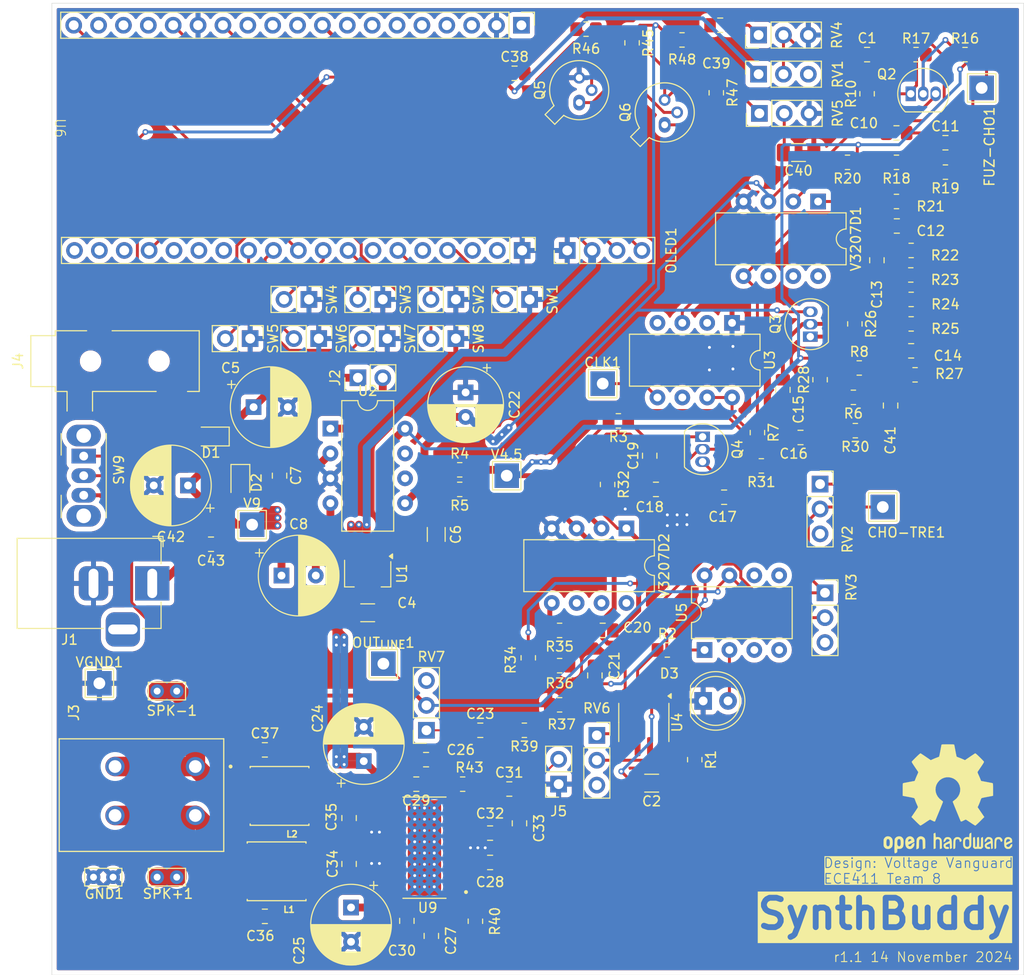
<source format=kicad_pcb>
(kicad_pcb (version 20240108) (generator "pcbnew") (generator_version "8.0")
  (title_block (title "PedalSynth") (date "2024-11-07") (rev "b1.0") (company "Portland State University") (comment 1 "Design: Eric Sanman, Sierra Buckley, Chuong Vo, Chris Crider"))
  (layers (0 "F.Cu" signal) (31 "B.Cu" signal) (34 "B.Paste" user) (35 "F.Paste" user) (36 "B.SilkS" user "B.Silkscreen") (37 "F.SilkS" user "F.Silkscreen") (38 "B.Mask" user) (39 "F.Mask" user) (44 "Edge.Cuts" user))
  (net 0 "")
  (net 1 "Net-(C1-Pad2)")
  (net 2 "/Chorus Effect/CHORUSIN")
  (net 3 "GND")
  (net 4 "+9V")
  (net 5 "+5V")
  (net 6 "Net-(U2-CAP+)")
  (net 7 "Net-(U2-CAP-)")
  (net 8 "Net-(C10-Pad2)")
  (net 9 "Net-(Q2-E)")
  (net 10 "Net-(C11-Pad2)")
  (net 11 "Net-(C12-Pad1)")
  (net 12 "Net-(C12-Pad2)")
  (net 13 "Net-(C13-Pad2)")
  (net 14 "Net-(Q3-E)")
  (net 15 "Net-(C14-Pad2)")
  (net 16 "Net-(Q3-B)")
  (net 17 "Net-(C16-Pad2)")
  (net 18 "Net-(U3-OUT1)")
  (net 19 "Net-(C17-Pad2)")
  (net 20 "Net-(Q4-E)")
  (net 21 "Net-(Q4-B)")
  (net 22 "Net-(C19-Pad2)")
  (net 23 "Net-(V3207D2-+)")
  (net 24 "Net-(C20-Pad2)")
  (net 25 "Net-(C21-Pad1)")
  (net 26 "/Chorus Effect/CHORUSOUT")
  (net 27 "-9V")
  (net 28 "Net-(C23-Pad2)")
  (net 29 "/Class-D Amplification/RINP")
  (net 30 "/Class-D Amplification/GVDD")
  (net 31 "/Class-D Amplification/RINN")
  (net 32 "/Class-D Amplification/BSPL")
  (net 33 "/Class-D Amplification/OUTPL")
  (net 34 "/Class-D Amplification/OUTPR")
  (net 35 "/Class-D Amplification/BSNR")
  (net 36 "/Class-D Amplification/SPK+")
  (net 37 "/Class-D Amplification/SPK-")
  (net 38 "/ESP32-S3-WROOM Dev Board/GENOUT")
  (net 39 "Net-(Q5-B)")
  (net 40 "Net-(C39-Pad2)")
  (net 41 "Net-(C39-Pad1)")
  (net 42 "Net-(C40-Pad2)")
  (net 43 "Net-(C41-Pad1)")
  (net 44 "Net-(J2-Pin_2)")
  (net 45 "/ESP32-S3-WROOM Dev Board/SCL")
  (net 46 "Net-(Q2-B)")
  (net 47 "/ESP32-S3-WROOM Dev Board/SDA")
  (net 48 "Net-(Q5-C)")
  (net 49 "Net-(Q6-C)")
  (net 50 "Net-(Q6-E)")
  (net 51 "Net-(R2-Pad2)")
  (net 52 "+4.5V")
  (net 53 "Net-(V3207D1-+)")
  (net 54 "Net-(V3207D1--)")
  (net 55 "Net-(U3-IN)")
  (net 56 "Net-(R34-Pad2)")
  (net 57 "/Class-D Amplification/SIG")
  (net 58 "Net-(U9-PBTL)")
  (net 59 "/Tremolo Effect/TREMOUT")
  (net 61 "/ESP32-S3-WROOM Dev Board/BTN0")
  (net 62 "/ESP32-S3-WROOM Dev Board/BTN1")
  (net 63 "/ESP32-S3-WROOM Dev Board/BTN2")
  (net 64 "/ESP32-S3-WROOM Dev Board/BTN3")
  (net 65 "/ESP32-S3-WROOM Dev Board/BTN4")
  (net 66 "/ESP32-S3-WROOM Dev Board/BTN5")
  (net 72 "/Chorus Effect/CLK")
  (net 75 "/ESP32-S3-WROOM Dev Board/BTN6")
  (net 76 "/ESP32-S3-WROOM Dev Board/BTN7")
  (net 91 "/ESP32-S3-WROOM Dev Board/CLK")
  (net 96 "Net-(U4-THR)")
  (net 97 "Net-(D3-A)")
  (net 98 "Net-(U4-DIS)")
  (net 108 "/LineOut")
  (net 109 "/LineIn")
  (net 110 "Vin")
  (footprint "Resistor_SMD:R_0805_2012Metric_Pad1.20x1.40mm_HandSolder" (layer "F.Cu") (at 99.6 37.9 -90)
    (property "Reference" "R47")
    (property "Value" "8.2k")
  )
  (footprint "Resistor_SMD:R_0805_2012Metric_Pad1.20x1.40mm_HandSolder" (layer "F.Cu") (at 110.2 67.2 90)
    (property "Reference" "R28")
    (property "Value" "330k")
  )
  (footprint "Capacitor_SMD:C_0805_2012Metric_Pad1.18x1.45mm_HandSolder" (layer "F.Cu") (at 108.2 73.1)
    (property "Reference" "C16")
    (property "Value" "33nF")
  )
  (footprint "Connector_PinHeader_2.54mm:PinHeader_1x03_P2.54mm_Vertical" (layer "F.Cu") (at 103.92 32 90)
    (property "Reference" "RV4")
    (property "Value" "100k Pot")
  )
  (footprint "Capacitor_SMD:C_0805_2012Metric_Pad1.18x1.45mm_HandSolder" (layer "F.Cu") (at 76.5 113.5 180)
    (property "Reference" "C32")
    (property "Value" "1uF")
  )
  (footprint "Capacitor_SMD:C_0805_2012Metric_Pad1.18x1.45mm_HandSolder" (layer "F.Cu") (at 78.4625 109)
    (property "Reference" "C31")
    (property "Value" "0.1uF")
  )
  (footprint "Capacitor_SMD:C_0805_2012Metric_Pad1.18x1.45mm_HandSolder" (layer "F.Cu") (at 117.4 69.8375 90)
    (property "Reference" "C41")
    (property "Value" "3.3nF")
  )
  (footprint "TestPoint:TestPoint_THTPad_2.5x2.5mm_Drill1.2mm" (layer "F.Cu") (at 78.2 77)
    (property "Reference" "V4.5")
    (property "Value" "TestPoint")
  )
  (footprint "Resistor_SMD:R_0805_2012Metric_Pad1.20x1.40mm_HandSolder" (layer "F.Cu") (at 91 32.8 -90)
    (property "Reference" "R45")
    (property "Value" "33k")
  )
  (footprint "Resistor_SMD:R_0805_2012Metric_Pad1.20x1.40mm_HandSolder" (layer "F.Cu") (at 94.6 94.8)
    (property "Reference" "R2")
    (property "Value" "1.2k")
  )
  (footprint "Capacitor_SMD:C_1206_3216Metric_Pad1.33x1.80mm_HandSolder" (layer "F.Cu") (at 93 108.4 180)
    (property "Reference" "C2")
    (property "Value" "4.7uF")
  )
  (footprint "Capacitor_THT:CP_Radial_D8.0mm_P3.50mm" (layer "F.Cu") (at 45.652651 78 180)
    (property "Reference" "C42")
    (property "Value" "100uF")
  )
  (footprint "TestPoint:TestPoint_THTPad_2.5x2.5mm_Drill1.2mm" (layer "F.Cu") (at 65.6 96.2)
    (property "Reference" "OUT_{LINE}1")
    (property "Value" "TestPoint")
  )
  (footprint "Connector_PinHeader_2.54mm:PinHeader_1x02_P2.54mm_Vertical" (layer "F.Cu") (at 52 63 -90)
    (property "Reference" "SW5")
    (property "Value" "SW_Push")
  )
  (footprint "Resistor_SMD:R_0805_2012Metric_Pad1.20x1.40mm_HandSolder" (layer "F.Cu") (at 73.4 78.4 180)
    (property "Reference" "R5")
    (property "Value" "10k")
  )
  (footprint "Package_TO_SOT_THT:TO-52-3" (layer "F.Cu") (at 94.33 41.17 90)
    (property "Reference" "Q6")
    (property "Value" "PNP")
  )
  (footprint "Resistor_SMD:R_0805_2012Metric_Pad1.20x1.40mm_HandSolder" (layer "F.Cu") (at 83.6 92.8 180)
    (property "Reference" "R35")
    (property "Value" "10k")
  )
  (footprint "Diode_SMD:D_0805_2012Metric_Pad1.15x1.40mm_HandSolder" (layer "F.Cu") (at 48 73 180)
    (property "Reference" "D1")
    (property "Value" "5817")
  )
  (footprint "Package_TO_SOT_SMD:SOT-89-3" (layer "F.Cu") (at 64 87 -90)
    (property "Reference" "U1")
    (property "Value" "HT7333")
  )
  (footprint "Capacitor_SMD:C_0805_2012Metric_Pad1.18x1.45mm_HandSolder" (layer "F.Cu") (at 68.9625 108.5 180)
    (property "Reference" "C29")
    (property "Value" "1000p")
  )
  (footprint "Resistor_SMD:R_0805_2012Metric_Pad1.20x1.40mm_HandSolder" (layer "F.Cu") (at 89.6 71.4 180)
    (property "Reference" "R3")
    (property "Value" "47k")
  )
  (footprint "Connector_PinHeader_2.54mm:PinHeader_1x02_P2.54mm_Vertical" (layer "F.Cu") (at 65.54 59 -90)
    (property "Reference" "SW3")
    (property "Value" "SW_Push")
  )
  (footprint "Capacitor_SMD:C_0805_2012Metric_Pad1.18x1.45mm_HandSolder" (layer "F.Cu") (at 55 77 -90)
    (property "Reference" "C7")
    (property "Value" "0.1uF")
  )
  (footprint "Capacitor_THT:CP_Radial_D8.0mm_P3.50mm" (layer "F.Cu") (at 55.2 87.2)
    (property "Reference" "C8")
    (property "Value" "10uF")
  )
  (footprint "Diode_SMD:D_0805_2012Metric_Pad1.15x1.40mm_HandSolder" (layer "F.Cu") (at 51 77.715 -90)
    (property "Reference" "D2")
    (property "Value" "15V")
  )
  (footprint "Capacitor_SMD:C_0805_2012Metric_Pad1.18x1.45mm_HandSolder" (layer "F.Cu") (at 119.5 64.25)
    (property "Reference" "C14")
    (property "Value" "8.2nF")
  )
  (footprint "Resistor_SMD:R_0805_2012Metric_Pad1.20x1.40mm_HandSolder" (layer "F.Cu") (at 123 46 180)
    (property "Reference" "R19")
    (property "Value" "10k")
  )
  (footprint "Connector_BarrelJack:BarrelJack_Horizontal" (layer "F.Cu") (at 42 88)
    (property "Reference" "J1")
    (property "Value" "5mm 9V Barrel")
  )
  (footprint "Capacitor_SMD:C_0805_2012Metric_Pad1.18x1.45mm_HandSolder" (layer "F.Cu") (at 87.2 97.4 -90)
    (property "Reference" "C21")
    (property "Value" "1uF")
  )
  (footprint "Capacitor_SMD:C_0805_2012Metric_Pad1.18x1.45mm_HandSolder" (layer "F.Cu") (at 118.0375 51.5)
    (property "Reference" "C12")
    (property "Value" "0.33uF")
  )
  (footprint "Resistor_SMD:R_0805_2012Metric_Pad1.20x1.40mm_HandSolder" (layer "F.Cu") (at 96.1 32.5)
    (property "Reference" "R48")
    (property "Value" "470")
  )
  (footprint "Package_TO_SOT_THT:TO-92_Inline" (layer "F.Cu") (at 98.2 73.03 -90)
    (property "Reference" "Q4")
    (property "Value" "2N3904")
  )
  (footprint "Capacitor_SMD:C_0805_2012Metric_Pad1.18x1.45mm_HandSolder" (layer "F.Cu") (at 75.5 103)
    (property "Reference" "C23")
    (property "Value" "1uF")
  )
  (footprint "Capacitor_THT:CP_Radial_D7.5mm_P2.50mm" (layer "F.Cu") (at 74 68.5 -90)
    (property "Reference" "C22")
    (property "Value" "10uF")
  )
  (footprint "TestPoint:TestPoint_THTPad_2.5x2.5mm_Drill1.2mm" (layer "F.Cu") (at 126.7 37.4)
    (property "Reference" "FUZ-CHO1")
    (property "Value" "TestPoint")
  )
  (footprint "Resistor_SMD:R_0805_2012Metric_Pad1.20x1.40mm_HandSolder" (layer "F.Cu") (at 104.2 76 180)
    (property "Reference" "R31")
    (property "Value" "10k")
  )
  (footprint "Resistor_SMD:R_0805_2012Metric_Pad1.20x1.40mm_HandSolder" (layer "F.Cu") (at 113.8 72.4 180)
    (property "Reference" "R30")
    (property "Value" "10k")
  )
  (footprint "Package_TO_SOT_THT:TO-92_Inline" (layer "F.Cu") (at 109.2 62.8 90)
    (property "Reference" "Q3")
    (property "Value" "2N3904")
  )
  (footprint "Capacitor_SMD:C_1206_3216Metric_Pad1.33x1.80mm_HandSolder" (layer "F.Cu") (at 108 44 180)
    (property "Reference" "C40")
    (property "Value" "22uF")
  )
  (footprint "Capacitor_SMD:C_0805_2012Metric_Pad1.18x1.45mm_HandSolder" (layer "F.Cu") (at 100 31)
    (property "Reference" "C39")
    (property "Value" "10nF")
  )
  (footprint "Resistor_SMD:R_0805_2012Metric_Pad1.20x1.40mm_HandSolder" (layer "F.Cu") (at 120 34)
    (property "Reference" "R17")
    (property "Value" "10k")
  )
  (footprint "Resistor_SMD:R_0805_2012Metric_Pad1.20x1.40mm_HandSolder" (layer "F.Cu") (at 113.6 69 180)
    (property "Reference" "R6")
    (property "Value" "10k")
  )
  (footprint "Capacitor_SMD:C_0805_2012Metric_Pad1.18x1.45mm_HandSolder" (layer "F.Cu") (at 62.1 116.65 90)
    (property "Reference" "C34")
    (property "Value" ".47uF")
  )
  (footprint "Connector_PinSocket_2.54mm:PinSocket_1x03_P2.54mm_Vertical" (layer "F.Cu") (at 103.92 36 90)
    (property "Reference" "RV1")
    (property "Value" "10k")
  )
  (footprint "Connector_PinSocket_2.54mm:PinSocket_1x03_P2.54mm_Vertical" (layer "F.Cu") (at 110.2 77.86)
    (property "Reference" "RV2")
    (property "Value" "10k")
  )
  (footprint "Capacitor_SMD:C_0805_2012Metric_Pad1.18x1.45mm_HandSolder" (layer "F.Cu") (at 62.1 111.9625 -90)
    (property "Reference" "C35")
    (property "Value" ".47uf")
  )
  (footprint "Resistor_SMD:R_0805_2012Metric_Pad1.20x1.40mm_HandSolder" (layer "F.Cu") (at 73.7 108.5 180)
    (property "Reference" "R43")
    (property "Value" "100k")
  )
  (footprint "Resistor_SMD:R_0805_2012Metric_Pad1.20x1.40mm_HandSolder" (layer "F.Cu") (at 88.5 77.9 -90)
    (property "Reference" "R32")
    (property "Value" "10k")
  )
  (footprint "Resistor_SMD:R_0805_2012Metric_Pad1.20x1.40mm_HandSolder" (layer "F.Cu") (at 119.5 54)
    (property "Reference" "R22")
    (property "Value" "100k")
  )
  (footprint "TestPoint:TestPoint_Bridge_Pitch2.0mm_Drill0.7mm" (layer "F.Cu") (at 42.5 99)
    (property "Reference" "SPK-1")
    (property "Value" "TestPoint")
  )
  (footprint "Connector_Audio:Jack_3.5mm_CUI_SJ-3523-SMT_Horizontal" (layer "F.Cu") (at 38.2 65.3 90)
    (property "Reference" "J4")
    (property "Value" "1/8in Jack")
  )
  (footprint "Capacitor_SMD:C_0805_2012Metric_Pad1.18x1.45mm_HandSolder" (layer "F.Cu") (at 76.5 116.5)
    (property "Reference" "C28")
    (property "Value" "1uF")
  )
  (footprint "TPA3136D2PWPR:IC_TPS61196PWPRQ1" (layer "F.Cu") (at 69.8 114.9875 180)
    (property "Reference" "U9")
    (property "Value" "TPA3136D2PWPR")
  )
  (footprint "LED_THT:LED_D5.0mm" (layer "F.Cu") (at 98.26 100)
    (property "Reference" "D3")
    (property "Value" "LED")
  )
  (footprint "Capacitor_SMD:C_1206_3216Metric_Pad1.33x1.80mm_HandSolder" (layer "F.Cu") (at 64 91)
    (property "Reference" "C4")
    (property "Value" "10uF")
  )
  (footprint "Package_SO:SOIC-8_3.9x4.9mm_P1.27mm" (layer "F.Cu") (at 92.2 102.2 -90)
    (property "Reference" "U4")
    (property "Value" "NE555D")
  )
  (footprint "Capacitor_SMD:C_0805_2012Metric_Pad1.18x1.45mm_HandSolder" (layer "F.Cu") (at 68 122.4625 90)
    (property "Reference" "C30")
    (property "Value" "1000p")
  )
  (footprint "Resistor_SMD:R_0805_2012Metric_Pad1.20x1.40mm_HandSolder" (layer "F.Cu") (at 75 122.5 90)
    (property "Reference" "R40")
    (property "Value" "100k")
  )
  (footprint "Resistor_SMD:R_0805_2012Metric_Pad1.20x1.40mm_HandSolder" (layer "F.Cu") (at 125 34)
    (property "Reference" "R16")
    (property "Value" "1M")
  )
  (footprint "1190297:PHOENIX_1190297" (layer "F.Cu") (at 32.5 103.87 -90)
    (property "Reference" "J3")
    (property "Value" "Pheonix Connector")
  )
  (footprint "Resistor_SMD:R_0805_2012Metric_Pad1.20x1.40mm_HandSolder" (layer "F.Cu") (at 73.4 76.4)
    (property "Reference" "R4")
    (property "Value" "10k")
  )
  (footprint "Capacitor_SMD:C_0805_2012Metric_Pad1.18x1.45mm_HandSolder" (layer "F.Cu") (at 53.5 105)
    (property "Reference" "C37")
    (property "Value" "1uF")
  )
  (footprint "Connector_PinHeader_2.54mm:PinHeader_1x04_P2.54mm_Vertical" (layer "F.Cu") (at 84.38 54 90)
    (property "Reference" "OLED1")
    (property "Value" "OLED-I2C")
  )
  (footprint "Capacitor_SMD:C_0805_2012Metric_Pad1.18x1.45mm_HandSolder" (layer "F.Cu") (at 116 55 -90)
    (property "Reference" "C13")
    (property "Value" "3.3nF")
  )
  (footprint "Resistor_SMD:R_0805_2012Metric_Pad1.20x1.40mm_HandSolder" (layer "F.Cu") (at 80.4 95.6 -90)
    (property "Reference" "R34")
    (property "Value" "47k")
  )
  (footprint "Connector_PinSocket_2.54mm:PinSocket_1x02_P2.54mm_Vertical" (layer "F.Cu") (at 83.5 108.5 180)
    (property "Reference" "J5")
    (property "Value" "1/4in Jack")
  )
  (footprint "TestPoint:TestPoint_THTPad_2.5x2.5mm_Drill1.2mm" (layer "F.Cu") (at 116.6 80.2)
    (property "Reference" "CHO-TRE1")
    (property "Value" "TestPoint")
  )
  (footprint "Capacitor_SMD:C_0805_2012Metric_Pad1.18x1.45mm_HandSolder" (layer "F.Cu") (at 100.4 79.2)
    (property "Reference" "C17")
    (property "Value" "8.2nF")
  )
  (footprint "Capacitor_SMD:C_0805_2012Metric_Pad1.18x1.45mm_HandSolder" (layer "F.Cu") (at 79 35.909448)
    (property "Reference" "C38")
    (property "Value" "2.2uF")
  )
  (footprint "Capacitor_SMD:C_0805_2012Metric_Pad1.18x1.45mm_HandSolder" (layer "F.Cu") (at 79.5 112.5 -90)
    (property "Reference" "C33")
    (property "Value" ".1uF")
  )
  (footprint "clipboard:cb89ceac-0acd-432b-9393-97274f22b4f5" (layer "F.Cu") (at 126.932432 106.198827)
    (property "Reference" "")
    (property "Value" "")
  )
  (footprint "Capacitor_SMD:C_0805_2012Metric_Pad1.18x1.45mm_HandSolder" (layer "F.Cu") (at 69.9625 106 180)
    (property "Reference" "C26")
    (property "Value" ".1uF")
  )
  (footprint "Package_DIP:CERDIP-8_W7.62mm_SideBrazed" (layer "F.Cu") (at 90.42 82.38 -90)
    (property "Reference" "V3207D2")
    (property "Value" "~")
  )
  (footprint "TestPoint:TestPoint_Bridge_Pitch2.0mm_Drill0.7mm" (layer "F.Cu") (at 42.5 118)
    (property "Reference" "SPK+1")
    (property "Value" "TestPoint")
  )
  (footprint "Package_DIP:CERDIP-8_W7.62mm_SideBrazed" (layer "F.Cu") (at 110 49 -90)
    (property "Reference" "V3207D1")
    (property "Value" "~")
  )
  (footprint "TestPoint:TestPoint_Bridge_Pitch2.0mm_Drill0.7mm" (layer "F.Cu") (at 36 118)
    (property "Reference" "GND1")
    (property "Value" "TestPoint")
  )
  (footprint "Connector_PinHeader_2.54mm:PinHeader_1x02_P2.54mm_Vertical" (layer "F.Cu") (at 63 67 90)
    (property "Reference" "J2")
    (property "Value" "BOOST")
  )
  (footprint "Capacitor_SMD:C_0805_2012Metric_Pad1.18x1.45mm_HandSolder" (layer "F.Cu") (at 48 84 180)
    (property "Reference" "C43")
    (property "Value" "1uF")
  )
  (footprint "Resistor_SMD:R_0805_2012Metric_Pad1.20x1.40mm_HandSolder" (layer "F.Cu") (at 119.5 59)
    (property "Reference" "R24")
    (property "Value" "10k")
  )
  (footprint "Connector_PinSocket_2.54mm:PinSocket_1x03_P2.54mm_Vertical" (layer "F.Cu") (at 87.4 103.52)
    (property "Reference" "RV6")
    (property "Value" "100k")
  )
  (footprint "Connector_PinHeader_2.54mm:PinHeader_1x02_P2.54mm_Vertical" (layer "F.Cu") (at 73 59 -90)
    (property "Reference" "SW2")
    (property "Value" "SW_Push")
  )
  (footprint "TestPoint:TestPoint_THTPad_2.5x2.5mm_Drill1.2mm" (layer "F.Cu") (at 36.6 98.2)
    (property "Reference" "VGND1")
    (property "Value" "TestPoint")
  )
  (footprint "Package_DIP:CERDIP-8_W7.62mm_SideBrazed" (layer "F.Cu") (at 101.21 61.395 -90)
    (property "Reference" "U3")
    (property "Value" "MN3207")
  )
  (footprint "Connector_PinSocket_2.54mm:PinSocket_1x03_P2.54mm_Vertical" (layer "F.Cu") (at 110.7 88.96)
    (property "Reference" "RV3")
    (property "Value" "10k")
  )
  (footprint "Capacitor_SMD:C_1206_3216Metric_Pad1.33x1.80mm_HandSolder" (layer "F.Cu") (at 71 83 90)
    (property "Reference" "C6")
    (property "Value" "10uF")
  )
  (footprint "Connector_PinHeader_2.54mm:PinHeader_1x02_P2.54mm_Vertical" (layer "F.Cu") (at 59 63 -90)
    (property "Reference" "SW6")
    (property "Value" "SW_Push")
  )
  (footprint "Capacitor_THT:CP_Radial_D8.0mm_P3.50mm" (layer "F.Cu") (at 63.6 106.152651 90)
    (property "Reference" "C24")
    (property "Value" "100uF")
  )
  (footprint "Resistor_SMD:R_0805_2012Metric_Pad1.20x1.40mm_HandSolder" (layer "F.Cu") (at 119.4625 56.5 180)
    (property "Reference" "R23")
    (property "Value" "10k")
  )
  (footprint "Resistor_SMD:R_0805_2012Metric_Pad1.20x1.40mm_HandSolder" (layer "F.Cu") (at 119.9 66.7)
    (property "Reference" "R27")
    (property "Value" "4.7k")
  )
  (footprint "Module:PinHeader_ESP32_WROOM_Narrow" (layer "F.Cu") (at 52.62 42 -90)
    (property "Reference" "U6")
    (property "Value" "~")
  )
  (footprint "Capacitor_SMD:C_0805_2012Metric_Pad1.18x1.45mm_HandSolder" (layer "F.Cu") (at 93.4375 78.4)
    (property "Reference" "C18")
    (property "Value" "470pF")
  )
  (footprint "Capacitor_SMD:C_0805_2012Metric_Pad1.18x1.45mm_HandSolder" (layer "F.Cu") (at 118 42)
    (property "Reference" "C10")
    (property "Value" "0.47uF")
  )
  (footprint "Resistor_SMD:R_0805_2012Metric_Pad1.20x1.40mm_HandSolder" (layer "F.Cu") (at 86.3 31.4)
    (property "Reference" "R46")
    (property "Value" "100k")
  )
  (footprint "Package_DIP:DIP-8_W7.62mm" (layer "F.Cu") (at 98.4 94.8 90)
    (property "Reference" "U5")
    (property "Value" "LTV-827")
  )
  (footprint "Inductor-VLS6045AF_330M:IND_VLS6045AF-330M" (layer "F.Cu") (at 55 109.7 180)
    (property "Reference" "L2")
    (property "Value" "33uF")
  )
  (footprint "Resistor_SMD:R_0805_2012Metric_Pad1.20x1.40mm_HandSolder" (layer "F.Cu") (at 115 38 90)
    (property "Reference" "R10")
    (property "Value" "10k")
  )
  (footprint "TestPoint:TestPoint_THTPad_2.5x2.5mm_Drill1.2mm" (layer "F.Cu") (at 88 67.6)
    (property "Reference" "CLK1")
    (property "Value" "TestPoint")
  )
  (footprint "Package_DIP:CERDIP-8_W7.62mm_SideBrazed" (layer "F.Cu") (at 60.195 72.19)
    (property "Reference" "U2")
    (property "Value" "LT1054")
  )
  (footprint "Resistor_SMD:R_0805_2012Metric_Pad1.20x1.40mm_HandSolder" (layer "F.Cu") (at 97.4 106 -90)
    (property "Reference" "R1")
    (property "Value" "1.2k")
  )
  (footprint "Resistor_SMD:R_0805_2012Metric_Pad1.20x1.40mm_HandSolder" (layer "F.Cu") (at 114.2 66)
    (property "Reference" "R8")
    (property "Value" "56k")
  )
  (footprint "TestPoint:TestPoint_THTPad_2.5x2.5mm_Drill1.2mm" (layer "F.Cu") (at 52.2 82)
    (property "Reference" "V9")
    (property "Value" "TestPoint")
  )
  (footprint "Capacitor_SMD:C_0805_2012Metric_Pad1.18x1.45mm_HandSolder" (layer "F.Cu") (at 106.4 68.2375 90)
    (property "Reference" "C15")
    (property "Value" "470pF")
  )
  (footprint "Package_TO_SOT_THT:TO-92_Inline" (layer "F.Cu") (at 119.46 38)
    (property "Reference" "Q2")
    (property "Value" "2N3904")
  )
  (footprint "Capacitor_SMD:C_0805_2012Metric_Pad1.18x1.45mm_HandSolder" (layer "F.Cu") (at 123 43)
    (property "Reference" "C11")
    (property "Value" "68nF")
  )
  (footprint "Resistor_SMD:R_0805_2012Metric_Pad1.20x1.40mm_HandSolder" (layer "F.Cu") (at 83.6 100.4)
    (property "Reference" "R37")
    (property "Value" "100k")
  )
  (footprint "Resistor_SMD:R_0805_2012Metric_Pad1.20x1.40mm_HandSolder" (layer "F.Cu") (at 83.6 96.4)
    (property "Reference" "R36")
    (property "Value" "470")
  )
  (footprint "Resistor_SMD:R_0805_2012Metric_Pad1.20x1.40mm_HandSolder" (layer "F.Cu") (at 103.8 72.6 -90)
    (property "Reference" "R7")
    (property "Value" "47k")
  )
  (footprint "Button_Switch_THT:SW_Slide_SPDT_Angled_CK_OS102011MA1Q" (layer "F.Cu") (at 35 75 -90)
    (property "Reference" "SW9")
    (property "Value" "SW_SPDT")
  )
  (footprint "Capacitor_SMD:C_0805_2012Metric_Pad1.18x1.45mm_HandSolder" (layer "F.Cu") (at 92.8 74.9625 90)
    (property "Reference" "C19")
    (property "Value" "33nF")
  )
  (footprint "Capacitor_THT:CP_Radial_D8.0mm_P3.50mm" (layer "F.Cu") (at 52.347349 70)
    (property "Reference" "C5")
    (property "Value" "47uF")
  )
  (footprint "Resistor_SMD:R_0805_2012Metric_Pad1.20x1.40mm_HandSolder" (layer "F.Cu") (at 80 103 180)
    (property "Reference" "R39")
    (property "Value" "1k")
  )
  (footprint "Resistor_SMD:R_0805_2012Metric_Pad1.20x1.40mm_HandSolder" (layer "F.Cu") (at 118 49 180)
    (property "Reference" "R21")
    (property "Value" "47k")
  )
  (footprint "Package_TO_SOT_THT:TO-52-3" (layer "F.Cu") (at 85.6 38.9 90)
    (property "Reference" "Q5")
    (property "Value" "PNP")
  )
  (footprint "Resistor_SMD:R_0805_2012Metric_Pad1.20x1.40mm_HandSolder" (layer "F.Cu") (at 113.75 61.5 -90)
    (property "Reference" "R26")
    (property "Value" "10k")
  )
  (footprint "Connector_PinHeader_2.54mm:PinHeader_1x02_P2.54mm_Vertical" (layer "F.Cu") (at 66 63 -90)
    (property "Reference" "SW7")
    (property "Value" "SW_Push")
  )
  (footprint "Capacitor_SMD:C_0805_2012Metric_Pad1.18x1.45mm_HandSolder" (layer "F.Cu") (at 88 92.8 180)
    (property "Reference" "C20")
    (property "Value" "6.8nF")
  )
  (footprint "Connector_PinHeader_2.54mm:PinHeader_1x02_P2.54mm_Vertical" (layer "F.Cu") (at 80.54 59 -90)
    (property "Reference" "SW1")
    (property "Value" "SW_Push")
  )
  (footprint "Connector_PinSocket_2.54mm:PinSocket_1x03_P2.54mm_Vertical" (layer "F.Cu") (at 70 103 180)
    (property "Reference" "RV7")
    (property "Value" "10k")
  )
  (footprint "Capacitor_THT:CP_Radial_D8.0mm_P3.50mm" (layer "F.Cu") (at 62.3 121.1 -90)
    (property "Reference" "C25")
    (property "Value" "100uF")
  )
  (footprint "Connector_PinHeader_2.54mm:PinHeader_1x02_P2.54mm_Vertical" (layer "F.Cu") (at 73 63 -90)
    (property "Reference" "SW8")
    (property "Value" "SW_Push")
  )
  (footprint "Capacitor_SMD:C_0805_2012Metric_Pad1.18x1.45mm_HandSolder" (layer "F.Cu") (at 53.5 122)
    (property "Reference" "C36")
    (property "Value" "1uF")
  )
  (footprint "Resistor_SMD:R_0805_2012Metric_Pad1.20x1.40mm_HandSolder" (layer "F.Cu") (at 113 45 180)
    (property "Reference" "R20")
    (property "Value" "10k")
  )
  (footprint "Capacitor_SMD:C_0805_2012Metric_Pad1.18x1.45mm_HandSolder" (layer "F.Cu") (at 70.5 124 -90)
    (property "Reference" "C27")
    (property "Value" ".1uF")
  )
  (footprint "Connector_PinHeader_2.54mm:PinHeader_1x02_P2.54mm_Vertical" (layer "F.Cu") (at 58 59 -90)
    (property "Reference" "SW4")
    (property "Value" "SW_Push")
  )
  (footprint "Resistor_SMD:R_0805_2012Metric_Pad1.20x1.40mm_HandSolder" (layer "F.Cu") (at 118 45 180)
    (property "Reference" "R18")
    (property "Value" "47k")
  )
  (footprint "Connector_PinHeader_2.54mm:PinHeader_1x03_P2.54mm_Vertical" (layer "F.Cu") (at 104 40 90)
    (property "Reference" "RV5")
    (property "Value" "1k")
  )
  (footprint "Inductor-VLS6045AF_330M:IND_VLS6045AF-330M" (layer "F.Cu") (at 54.7 117.4 180)
    (property "Reference" "L1")
    (property "Value" "33uF")
  )
  (footprint "Resistor_SMD:R_0805_2012Metric_Pad1.20x1.40mm_HandSolder" (layer "F.Cu") (at 119.5 61.5 180)
    (property "Reference" "R25")
    (property "Value" "10k")
  )
  (footprint "Capacitor_SMD:C_0805_2012Metric_Pad1.18x1.45mm_HandSolder" (layer "F.Cu") (at 115 34)
    (property "Reference" "C1")
    (property "Value" "47nF")
  )
  (gr_rect (start 31.75 28.75) (end 131 128) (stroke (width 0.05)) (fill none) (layer "Edge.Cuts"))
  (gr_text "SynthBuddy" (at 103.5 123.5 0) (layer "F.SilkS" knockout) (effects (font (size 3 3) (thickness 0.6) (bold yes)) (justify left bottom)))
  (gr_text "Design: Voltage Vanguard\nECE411 Team 8" (at 110.5 118.75 0) (layer "F.SilkS" knockout) (effects (font (size 1 1) (thickness 0.1)) (justify left bottom)))
  (gr_text "r1.1 14 November 2024" (at 111.5 126.75 0) (layer "F.SilkS") (effects (font (size 1 1) (thickness 0.1)) (justify left bottom)))
  (segment (start 119 34) (end 116.0375 34) (width 0.3) (layer "F.Cu") (net 1))
  (segment (start 116.4625 31.5) (end 125.155456 31.5) (width 0.3) (layer "F.Cu") (net 2))
  (segment (start 106.46 36) (end 106.46 32) (width 0.3) (layer "F.Cu") (net 2))
  (segment (start 113.9625 34) (end 116.4625 31.5) (width 0.3) (layer "F.Cu") (net 2))
  (segment (start 106.46 32) (end 106.697057 32) (width 0.3) (layer "F.Cu") (net 2))
  (segment (start 125.8 65.5) (end 125.8 38.3) (width 0.3) (layer "F.Cu") (net 2))
  (segment (start 108.697057 34) (end 113.9625 34) (width 0.3) (layer "F.Cu") (net 2))
  (segment (start 106.697057 32) (end 108.697057 34) (width 0.3) (layer "F.Cu") (net 2))
  (segment (start 110.2 77.86) (end 113.44 77.86) (width 0.3) (layer "F.Cu") (net 2))
  (segment (start 125.8 38.3) (end 126.7 37.4) (width 0.3) (layer "F.Cu") (net 2))
  (segment (start 125.155456 31.5) (end 127.2 33.544544) (width 0.3) (layer "F.Cu") (net 2))
  (segment (start 127.2 33.544544) (end 127.2 36.9) (width 0.3) (layer "F.Cu") (net 2))
  (segment (start 113.44 77.86) (end 125.8 65.5) (width 0.3) (layer "F.Cu") (net 2))
  (segment (start 127.2 36.9) (end 126.7 37.4) (width 0.3) (layer "F.Cu") (net 2))
  (segment (start 66.9875 116.6) (end 67 116.6125) (width 0.4) (layer "F.Cu") (net 3))
  (segment (start 72.6 114.6625) (end 74.1625 114.6625) (width 0.4) (layer "F.Cu") (net 3))
  (segment (start 65.2 116.6) (end 66.9875 116.6) (width 0.4) (layer "F.Cu") (net 3))
  (segment (start 64.4 116.6) (end 65.2 116.6) (width 0.4) (layer "F.Cu") (net 3))
  (segment (start 118.5 54) (end 116.0375 54) (width 0.3) (layer "F.Cu") (net 3))
  (segment (start 75.25 115) (end 76 115) (width 0.4) (layer "F.Cu") (net 3))
  (segment (start 74.5 115) (end 75.25 115) (width 0.4) (layer "F.Cu") (net 3))
  (segment (start 66.9625 113.4) (end 67 113.3625) (width 0.4) (layer "F.Cu") (net 3))
  (segment (start 74.1625 114.6625) (end 74.5 115) (width 0.4) (layer "F.Cu") (net 3))
  (segment (start 65.2 113.4) (end 66.9625 113.4) (width 0.4) (layer "F.Cu") (net 3))
  (segment (start 116.0375 54) (end 116 53.9625) (width 0.3) (layer "F.Cu") (net 3))
  (segment (start 64.4 113.4) (end 65.2 113.4) (width 0.4) (layer "F.Cu") (net 3))
  (via (at 95.6 82) (size 0.6) (drill 0.3) (layers "F.Cu" "B.Cu") (net 3))
  (via (at 98.9 63.9) (size 0.6) (drill 0.3) (layers "F.Cu" "B.Cu") (net 3))
  (via (at 64.4 113.4) (size 0.6) (drill 0.3) (layers "F.Cu" "B.Cu") (net 3))
  (via (at 95.6 81) (size 0.6) (drill 0.3) (layers "F.Cu" "B.Cu") (net 3))
  (via (at 101.3 66.1) (size 0.6) (drill 0.3) (layers "F.Cu" "B.Cu") (net 3))
  (via (at 98.9 66.2) (size 0.6) (drill 0.3) (layers "F.Cu" "B.Cu") (net 3))
  (via (at 74.5 115) (size 0.6) (drill 0.3) (layers "F.Cu" "B.Cu") (net 3))
  (via (at 64.4 116.6) (size 0.6) (drill 0.3) (layers "F.Cu" "B.Cu") (net 3))
  (via (at 96.6 82) (size 0.6) (drill 0.3) (layers "F.Cu" "B.Cu") (net 3))
  (via (at 101.3 63.8) (size 0.6) (drill 0.3) (layers "F.Cu" "B.Cu") (net 3))
  (via (at 76 115) (size 0.6) (drill 0.3) (layers "F.Cu" "B.Cu") (net 3))
  (via (at 65.2 113.4) (size 0.6) (drill 0.3) (layers "F.Cu" "B.Cu") (net 3))
  (via (at 90.3 80.4) (size 0.6) (drill 0.3) (layers "F.Cu" "B.Cu") (net 3))
  (via (at 96.6 81) (size 0.6) (drill 0.3) (layers "F.Cu" "B.Cu") (net 3))
  (via (at 65.2 116.6) (size 0.6) (drill 0.3) (layers "F.Cu" "B.Cu") (net 3))
  (via (at 94.6 81) (size 0.6) (drill 0.3) (layers "F.Cu" "B.Cu") (net 3))
  (via (at 75.25 115) (size 0.6) (drill 0.3) (layers "F.Cu" "B.Cu") (net 3))
  (via (at 94.6 82.1) (size 0.6) (drill 0.3) (layers "F.Cu" "B.Cu") (net 3))
  (segment (start 110.96 44.792894) (end 110.96 44.384544) (width 0.3) (layer "F.Cu") (net 4))
  (segment (start 88 91.74) (end 88 93.571878) (width 0.5) (layer "F.Cu") (net 4))
  (segment (start 49 80.4) (end 49 77.6) (width 0.8) (layer "F.Cu") (net 4))
  (segment (start 92.625 91.275) (end 90.295 93.605) (width 0.3) (layer "F.Cu") (net 4))
  (segment (start 85.34 82.38) (end 82.51 79.55) (width 0.5) (layer "F.Cu") (net 4))
  (segment (start 88.528122 94.1) (end 90.295 94.1) (width 0.5) (layer "F.Cu") (net 4))
  (segment (start 115.394544 39.95) (end 120.242437 39.95) (width 0.3) (layer "F.Cu") (net 4))
  (segment (start 94.43 105) (end 94.105 104.675) (width 0.3) (layer "F.Cu") (net 4))
  (segment (start 120.242437 39.95) (end 122 38.192437) (width 0.3) (layer "F.Cu") (net 4))
  (segment (start 94.105 104.675) (end 94.755 104.025) (width 0.3) (layer "F.Cu") (net 4))
  (segment (start 89.17 90.57) (end 88 91.74) (width 0.5) (layer "F.Cu") (net 4))
  (segment (start 69.99099 80.175) (end 70.025 80.175) (width 0.8) (layer "F.Cu") (net 4))
  (segment (start 98.2 75.57) (end 100.3 77.67) (width 0.3) (layer "F.Cu") (net 4))
  (segment (start 82.51 79.55) (end 71.75 79.55) (width 0.5) (layer "F.Cu") (net 4))
  (segment (start 90.295 93.605) (end 90.295 94.1) (width 0.3) (layer "F.Cu") (net 4))
  (segment (start 71.2 79) (end 71.2 77.59099) (width 0.8) (layer "F.Cu") (net 4))
  (segment (start 54.8 82.1) (end 52.3 82.1) (width 0.8) (layer "F.Cu") (net 4))
  (segment (start 51 74.975) (end 49.025 73) (width 0.8) (layer "F.Cu") (net 4))
  (segment (start 71.75 79.55) (end 71.2 79) (width 0.5) (layer "F.Cu") (net 4))
  (segment (start 122 38.192437) (end 122 38) (width 0.3) (layer "F.Cu") (net 4))
  (segment (start 52.2 82) (end 50.6 82) (width 0.8) (layer "F.Cu") (net 4))
  (segment (start 55 75.9625) (end 51.7275 75.9625) (width 0.8) (layer "F.Cu") (net 4))
  (segment (start 69.5 80.7) (end 69.5 80.66599) (width 0.8) (layer "F.Cu") (net 4))
  (segment (start 94.55 93.2) (end 92.625 91.275) (width 0.3) (layer "F.Cu") (net 4))
  (segment (start 63 67) (end 55.347349 67) (width 0.8) (layer "F.Cu") (net 4))
  (segment (start 72.39099 76.4) (end 72.4 76.4) (width 0.8) (layer "F.Cu") (net 4))
  (segment (start 90.295 94.1) (end 90.295 99.725) (width 0.3) (layer "F.Cu") (net 4))
  (segment (start 52.9 81.3) (end 52.2 82) (width 0.8) (layer "F.Cu") (net 4))
  (segment (start 50.6 82) (end 49 80.4) (width 0.8) (layer "F.Cu") (net 4))
  (segment (start 49 77.6) (end 49.91 76.69) (width 0.8) (layer "F.Cu") (net 4))
  (segment (start 65.6 74.405) (end 65.6 80.4) (width 0.8) (layer "F.Cu") (net 4))
  (segment (start 94.755 95.710456) (end 94.55 95.505456) (width 0.3) (layer "F.Cu") (net 4))
  (segment (start 104.92 49) (end 108.67 45.25) (width 0.3) (layer "F.Cu") (net 4))
  (segment (start 65.6 80.4) (end 67 81.8) (width 0.8) (layer "F.Cu") (net 4))
  (segment (start 110.96 44.384544) (end 115.394544 39.95) (width 0.3) (layer "F.Cu") (net 4))
  (segment (start 109.2 60.26) (end 105.96 60.26) (width 0.3) (layer "F.Cu") (net 4))
  (segment (start 100.3 83.6) (end 92.625 91.275) (width 0.3) (layer "F.Cu") (net 4))
  (segment (start 108.67 45.25) (end 110.502894 45.25) (width 0.3) (layer "F.Cu") (net 4))
  (segment (start 55.347349 67) (end 52.347349 70) (width 0.8) (layer "F.Cu") (net 4))
  (segment (start 51.7275 75.9625) (end 51 76.69) (width 0.8) (layer "F.Cu") (net 4))
  (segment (start 88 93.571878) (end 88.528122 94.1) (width 0.5) (layer "F.Cu") (net 4))
  (segment (start 67 81.8) (end 68.4 81.8) (width 0.8) (layer "F.Cu") (net 4))
  (segment (start 69.5 80.66599) (end 69.99099 80.175) (width 0.8) (layer "F.Cu") (net 4))
  (segment (start 53.7 80.5) (end 52.2 82) (width 0.8) (layer "F.Cu") (net 4))
  (segment (start 70.025 80.175) (end 71.2 79) (width 0.8) (layer "F.Cu") (net 4))
  (segment (start 52.3 82.1) (end 52.2 82) (width 0.8) (layer "F.Cu") (net 4))
  (segment (start 110.502894 45.25) (end 110.96 44.792894) (width 0.3) (layer "F.Cu") (net 4))
  (segment (start 54.8 81.3) (end 52.9 81.3) (width 0.8) (layer "F.Cu") (net 4))
  (segment (start 94.755 104.025) (end 94.755 95.710456) (width 0.3) (layer "F.Cu") (net 4))
  (segment (start 54.8 80.5) (end 53.7 80.5) (width 0.8) (layer "F.Cu") (net 4))
  (segment (start 68.4 81.8) (end 69.5 80.7) (width 0.8) (layer "F.Cu") (net 4))
  (segment (start 89.17 86.21) (end 89.17 90.57) (width 0.5) (layer "F.Cu") (net 4))
  (segment (start 52.025 70) (end 49.025 73) (width 0.8) (layer "F.Cu") (net 4))
  (segment (start 71.2 77.59099) (end 72.39099 76.4) (width 0.8) (layer "F.Cu") (net 4))
  (segment (start 105.96 60.26) (end 105.8 60.1) (width 0.3) (layer "F.Cu") (net 4))
  (segment (start 67.815 72.19) (end 65.6 74.405) (width 0.8) (layer "F.Cu") (net 4))
  (segment (start 94.55 95.505456) (end 94.55 93.2) (width 0.3) (layer "F.Cu") (net 4))
  (segment (start 100.3 77.67) (end 100.3 83.6) (width 0.3) (layer "F.Cu") (net 4))
  (segment (start 52.347349 70) (end 52.025 70) (width 0.8) (layer "F.Cu") (net 4))
  (segment (start 51 76.69) (end 51 74.975) (width 0.8) (layer "F.Cu") (net 4))
  (segment (start 97.4 105) (end 94.43 105) (width 0.3) (layer "F.Cu") (net 4))
  (segment (start 49.91 76.69) (end 51 76.69) (width 0.8) (layer "F.Cu") (net 4))
  (segment (start 85.34 82.38) (end 89.17 86.21) (width 0.5) (layer "F.Cu") (net 4))
  (via (at 54.8 82.1) (size 0.6) (drill 0.3) (layers "F.Cu" "B.Cu") (net 4))
  (via (at 105.8 60.1) (size 0.6) (drill 0.3) (layers "F.Cu" "B.Cu") (net 4))
  (via (at 54.8 81.3) (size 0.6) (drill 0.3) (layers "F.Cu" "B.Cu") (net 4))
  (via (at 103.7 47.1) (size 0.6) (drill 0.3) (layers "F.Cu" "B.Cu") (net 4))
  (via (at 54.8 80.5) (size 0.6) (drill 0.3) (layers "F.Cu" "B.Cu") (net 4))
  (segment (start 93.7 56.053654) (end 93.7 57.86066) (width 0.3) (layer "B.Cu") (net 4))
  (segment (start 93.7 57.86066) (end 91.46066 60.1) (width 0.3) (layer "B.Cu") (net 4))
  (segment (start 105.8 60.1) (end 91.46066 60.1) (width 0.3) (layer "B.Cu") (net 4))
  (segment (start 104.92 49) (end 104.92 48.32) (width 0.3) (layer "B.Cu") (net 4))
  (segment (start 103.7 47.1) (end 102.653654 47.1) (width 0.3) (layer "B.Cu") (net 4))
  (segment (start 69.875 74.25) (end 67.815 72.19) (width 0.3) (layer "B.Cu") (net 4))
  (segment (start 102.653654 47.1) (end 93.7 56.053654) (width 0.3) (layer "B.Cu") (net 4))
  (segment (start 91.46066 60.1) (end 77.31066 74.25) (width 0.3) (layer "B.Cu") (net 4))
  (segment (start 104.92 48.32) (end 103.7 47.1) (width 0.3) (layer "B.Cu") (net 4))
  (segment (start 77.31066 74.25) (end 69.875 74.25) (width 0.3) (layer "B.Cu") (net 4))
  (segment (start 48.98 46) (end 33.98 31) (width 0.3) (layer "F.Cu") (net 5))
  (segment (start 71 84.5625) (end 70.2325 83.795) (width 0.8) (layer "F.Cu") (net 5))
  (segment (start 62.3 82.99) (end 63.105 83.795) (width 0.8) (layer "F.Cu") (net 5))
  (segment (start 63.9 82) (end 63.9 83.395) (width 0.8) (layer "F.Cu") (net 5))
  (segment (start 70.2325 83.795) (end 63.5 83.795) (width 0.8) (layer "F.Cu") (net 5))
  (segment (start 63.1 83.79) (end 63.105 83.795) (width 0.8) (layer "F.Cu") (net 5))
  (segment (start 63.105 83.795) (end 62.5 84.4) (width 0.8) (layer "F.Cu") (net 5))
  (segment (start 62.5 84.4) (end 62.5 85.05) (width 0.8) (layer "F.Cu") (net 5))
  (segment (start 63.1 82) (end 63.1 83.79) (width 0.8) (layer "F.Cu") (net 5))
  (segment (start 62.3 82) (end 62.3 82.99) (width 0.8) (layer "F.Cu") (net 5))
  (segment (start 86.92 54) (end 78.92 46) (width 0.3) (layer "F.Cu") (net 5))
  (segment (start 78.92 46) (end 48.98 46) (width 0.3) (layer "F.Cu") (net 5))
  (segment (start 63.5 83.795) (end 63.105 83.795) (width 0.8) (layer "F.Cu") (net 5))
  (segment (start 63.9 83.395) (end 63.5 83.795) (width 0.8) (layer "F.Cu") (net 5))
  (via (at 62.3 82) (size 0.6) (drill 0.3) (layers "F.Cu" "B.Cu") (net 5))
  (via (at 63.9 82) (size 0.6) (drill 0.3) (layers "F.Cu" "B.Cu") (net 5))
  (via (at 63.1 82) (size 0.6) (drill 0.3) (layers "F.Cu" "B.Cu") (net 5))
  (segment (start 86.92 55.52) (end 86.92 54) (width 0.8) (layer "B.Cu") (net 5))
  (segment (start 73.575101 64.45) (end 77.99 64.45) (width 0.8) (layer "B.Cu") (net 5))
  (segment (start 77.99 64.45) (end 86.92 55.52) (width 0.8) (layer "B.Cu") (net 5))
  (segment (start 63.9 74.125101) (end 73.575101 64.45) (width 0.8) (layer "B.Cu") (net 5))
  (segment (start 63.9 82) (end 63.9 74.125101) (width 0.8) (layer "B.Cu") (net 5))
  (segment (start 87 54.08) (end 86.92 54) (width 0.3) (layer "B.Cu") (net 5))
  (segment (start 55.2 87.2) (end 55.2 84.6) (width 0.8) (layer "F.Cu") (net 6))
  (segment (start 55.2 84.6) (end 57.8 82) (width 0.8) (layer "F.Cu") (net 6))
  (segment (start 57.8 77.125) (end 60.195 74.73) (width 0.8) (layer "F.Cu") (net 6))
  (segment (start 57.8 82) (end 57.8 77.125) (width 0.8) (layer "F.Cu") (net 6))
  (segment (start 60.195 79.81) (end 60.195 81.652349) (width 0.8) (layer "F.Cu") (net 7))
  (segment (start 58.7 83.147349) (end 58.7 87.2) (width 0.8) (layer "F.Cu") (net 7))
  (segment (start 60.195 81.652349) (end 58.7 83.147349) (width 0.8) (layer "F.Cu") (net 7))
  (segment (start 120.9625 42) (end 121.9625 43) (width 0.3) (layer "F.Cu") (net 8))
  (segment (start 121.9625 43) (end 121 43) (width 0.3) (layer "F.Cu") (net 8))
  (segment (start 121 43) (end 119 45) (width 0.3) (layer "F.Cu") (net 8))
  (segment (start 119.0375 42) (end 120.9625 42) (width 0.3) (layer "F.Cu") (net 8))
  (segment (start 120.394544 32.95) (end 120.05 33.294544) (width 0.3) (layer "F.Cu") (net 9))
  (segment (start 119.46 37.74) (end 119.46 38) (width 0.3) (layer "F.Cu") (net 9))
  (segment (start 122.875 34.219544) (end 121.605456 32.95) (width 0.3) (layer "F.Cu") (net 9))
  (segment (start 118.212956 40.749544) (end 120.712893 40.749544) (width 0.3) (layer "F.Cu") (net 9))
  (segment (start 119.46 38) (end 116 38) (width 0.3) (layer "F.Cu") (net 9))
  (segment (start 120.05 33.294544) (end 120.05 37.15) (width 0.3) (layer "F.Cu") (net 9))
  (segment (start 121.605456 32.95) (end 120.394544 32.95) (width 0.3) (layer "F.Cu") (net 9))
  (segment (start 116.9625 42) (end 118.212956 40.749544) (width 0.3) (layer "F.Cu") (net 9))
  (segment (start 122.875 38.587437) (end 122.875 34.219544) (width 0.3) (layer "F.Cu") (net 9))
  (segment (start 120.05 37.15) (end 119.46 37.74) (width 0.3) (layer "F.Cu") (net 9))
  (segment (start 120.712893 40.749544) (end 122.875 38.587437) (width 0.3) (layer "F.Cu") (net 9))
  (segment (start 116 38) (end 115 39) (width 0.3) (layer "F.Cu") (net 9))
  (segment (start 124 43.0375) (end 124.0375 43) (width 0.2) (layer "F.Cu") (net 10))
  (segment (start 124 46) (end 124 43.0375) (width 0.2) (layer "F.Cu") (net 10))
  (segment (start 103.8 71.6) (end 103.8 58.04) (width 0.3) (layer "F.Cu") (net 11))
  (segment (start 117 51.5) (end 107.5 51.5) (width 0.3) (layer "F.Cu") (net 11))
  (segment (start 107.5 51.5) (end 102.38 56.62) (width 0.3) (layer "F.Cu") (net 11))
  (segment (start 103.8 58.04) (end 102.38 56.62) (width 0.3) (layer "F.Cu") (net 11))
  (segment (start 117 49) (end 117 51.5) (width 0.3) (layer "F.Cu") (net 11))
  (segment (start 119.075 51.5) (end 119.075 52.575) (width 0.3) (layer "F.Cu") (net 12))
  (segment (start 120.5 56.4625) (end 120.4625 56.5) (width 0.3) (layer "F.Cu") (net 12))
  (segment (start 119.075 52.575) (end 120.5 54) (width 0.3) (layer "F.Cu") (net 12))
  (segment (start 120.5 54) (end 120.5 56.4625) (width 0.3) (layer "F.Cu") (net 12))
  (segment (start 118.4625 56.5) (end 116.4625 56.5) (width 0.3) (layer "F.Cu") (net 13))
  (segment (start 116.4625 56.5) (end 116 56.0375) (width 0.3) (layer "F.Cu") (net 13))
  (segment (start 118.5 59) (end 118.5 56.5375) (width 0.3) (layer "F.Cu") (net 13))
  (segment (start 118.5 56.5375) (end 118.4625 56.5) (width 0.3) (layer "F.Cu") (net 13))
  (segment (start 116.7125 62.5) (end 118.4625 64.25) (width 0.4) (layer "F.Cu") (net 14))
  (segment (start 113.75 62.5) (end 116.7125 62.5) (width 0.4) (layer "F.Cu") (net 14))
  (segment (start 109.2 62.8) (end 113.45 62.8) (width 0.4) (layer "F.Cu") (net 14))
  (segment (start 118.4625 64.2625) (end 118.4625 64.25) (width 0.3) (layer "F.Cu") (net 14))
  (segment (start 120.9 66.7) (end 118.4625 64.2625) (width 0.3) (layer "F.Cu") (net 14))
  (segment (start 113.45 62.8) (end 113.75 62.5) (width 0.4) (layer "F.Cu") (net 14))
  (segment (start 120.5375 64.25) (end 120.5375 61.5375) (width 0.3) (layer "F.Cu") (net 15))
  (segment (start 120.5375 61.5375) (end 120.5 61.5) (width 0.3) (layer "F.Cu") (net 15))
  (segment (start 120.5 61.5) (end 120.5 59) (width 0.3) (layer "F.Cu") (net 15))
  (segment (start 108.395 61.53) (end 109.2 61.53) (width 0.4) (layer "F.Cu") (net 16))
  (segment (start 106.4 67.2) (end 106.4 63.525) (width 0.4) (layer "F.Cu") (net 16))
  (segment (start 109.23 61.5) (end 109.2 61.53) (width 0.4) (layer "F.Cu") (net 16))
  (segment (start 118.5 61.5) (end 109.23 61.5) (width 0.4) (layer "F.Cu") (net 16))
  (segment (start 106.4 63.525) (end 108.395 61.53) (width 0.4) (layer "F.Cu") (net 16))
  (segment (start 109.2375 69.1625) (end 110.2 68.2) (width 0.3) (layer "F.Cu") (net 17))
  (segment (start 109.2375 73.1) (end 109.2375 69.1625) (width 0.3) (layer "F.Cu") (net 17))
  (segment (start 112.6 69) (end 111 69) (width 0.3) (layer "F.Cu") (net 17))
  (segment (start 111 69) (end 110.2 68.2) (width 0.3) (layer "F.Cu") (net 17))
  (segment (start 101.21 70.702894) (end 101.21 69.015) (width 0.3) (layer "F.Cu") (net 18))
  (segment (start 109.15 67.55) (end 109.55 67.15) (width 0.3) (layer "F.Cu") (net 18))
  (segment (start 106.7125 72.65) (end 103.157106 72.65) (width 0.3) (layer "F.Cu") (net 18))
  (segment (start 103.157106 72.65) (end 101.21 70.702894) (width 0.3) (layer "F.Cu") (net 18))
  (segment (start 112.05 67.15) (end 113.2 66) (width 0.3) (layer "F.Cu") (net 18))
  (segment (start 109.55 67.15) (end 112.05 67.15) (width 0.3) (layer "F.Cu") (net 18))
  (segment (start 107.1625 70.530394) (end 109.15 68.542894) (width 0.3) (layer "F.Cu") (net 18))
  (segment (start 101.21 69.015) (end 98.67 69.015) (width 0.3) (layer "F.Cu") (net 18))
  (segment (start 109.15 68.542894) (end 109.15 67.55) (width 0.3) (layer "F.Cu") (net 18))
  (segment (start 107.1625 73.1) (end 106.7125 72.65) (width 0.3) (layer "F.Cu") (net 18))
  (segment (start 107.1625 73.1) (end 107.1625 70.530394) (width 0.3) (layer "F.Cu") (net 18))
  (segment (start 105.2 76) (end 102 79.2) (width 0.3) (layer "F.Cu") (net 19))
  (segment (start 109.2 76) (end 105.2 76) (width 0.3) (layer "F.Cu") (net 19))
  (segment (start 102 79.2) (end 101.4375 79.2) (width 0.3) (layer "F.Cu") (net 19))
  (segment (start 112.8 72.4) (end 109.2 76) (width 0.3) (layer "F.Cu") (net 19))
  (segment (start 88.5 76.9) (end 91.9 76.9) (width 0.3) (layer "F.Cu") (net 20))
  (segment (start 95.77 73.03) (end 98.2 73.03) (width 0.3) (layer "F.Cu") (net 20))
  (segment (start 93.3375 76.5375) (end 93.3375 78.930456) (width 0.3) (layer "F.Cu") (net 20))
  (segment (start 93.907044 79.5) (end 99.0625 79.5) (width 0.3) (layer "F.Cu") (net 20))
  (segment (start 91.9 76.9) (end 92.8 76) (width 0.3) (layer "F.Cu") (net 20))
  (segment (start 92.8 76) (end 93.3375 76.5375) (width 0.3) (layer "F.Cu") (net 20))
  (segment (start 92.8 76) (end 95.77 73.03) (width 0.3) (layer "F.Cu") (net 20))
  (segment (start 93.3375 78.930456) (end 93.907044 79.5) (width 0.3) (layer "F.Cu") (net 20))
  (segment (start 99.0625 79.5) (end 99.3625 79.2) (width 0.3) (layer "F.Cu") (net 20))
  (segment (start 94.475 77.675) (end 97.85 74.3) (width 0.3) (layer "F.Cu") (net 21))
  (segment (start 98.2 74.3) (end 101.5 74.3) (width 0.3) (layer "F.Cu") (net 21))
  (segment (start 101.5 74.3) (end 103.2 76) (width 0.3) (layer "F.Cu") (net 21))
  (segment (start 94.475 78.4) (end 94.475 77.675) (width 0.3) (layer "F.Cu") (net 21))
  (segment (start 97.85 74.3) (end 98.2 74.3) (width 0.3) (layer "F.Cu") (net 21))
  (segment (start 90.6 71.4) (end 92.8 73.6) (width 0.3) (layer "F.Cu") (net 22))
  (segment (start 92.8 73.6) (end 92.8 73.925) (width 0.3) (layer "F.Cu") (net 22))
  (segment (start 91.67 87.95) (end 91.67 83.63) (width 0.5) (layer "F.Cu") (net 23))
  (segment (start 103.1 73.3) (end 100.15 70.35) (width 0.3) (layer "F.Cu") (net 23))
  (segment (start 91.62 88) (end 91.67 87.95) (width 0.3) (layer "F.Cu") (net 23))
  (segment (start 89.65 70.35) (end 88.6 71.4) (width 0.3) (layer "F.Cu") (net 23))
  (segment (start 89.625 92.8) (end 91.67 90.755) (width 0.5) (layer "F.Cu") (net 23))
  (segment (start 80.4 94.6) (end 80.4 93) (width 0.3) (layer "F.Cu") (net 23))
  (segment (start 91.67 90.755) (end 91.67 87.95) (width 0.5) (layer "F.Cu") (net 23))
  (segment (start 89.506346 82.38) (end 90.42 82.38) (width 0.3) (layer "F.Cu") (net 23))
  (segment (start 85.85 78.723654) (end 89.506346 82.38) (width 0.3) (layer "F.Cu") (net 23))
  (segment (start 91.67 83.63) (end 90.42 82.38) (width 0.5) (layer "F.Cu") (net 23))
  (segment (start 88.6 71.4) (end 85.85 74.15) (width 0.3) (layer "F.Cu") (net 23))
  (segment (start 100.15 70.35) (end 89.65 70.35) (width 0.3) (layer "F.Cu") (net 23))
  (segment (start 85.85 74.15) (end 85.85 78.723654) (width 0.3) (layer "F.Cu") (net 23))
  (segment (start 89.0375 92.8) (end 89.625 92.8) (width 0.5) (layer "F.Cu") (net 23))
  (segment (start 90.8 88) (end 91.62 88) (width 0.3) (layer "F.Cu") (net 23))
  (via (at 90.8 88) (size 0.6) (drill 0.3) (layers "F.Cu" "B.Cu") (net 23))
  (via (at 80.4 93) (size 0.6) (drill 0.3) (layers "F.Cu" "B.Cu") (net 23))
  (segment (start 83.173654 88) (end 80.4 90.773654) (width 0.3) (layer "B.Cu") (net 23))
  (segment (start 90.8 88) (end 83.173654 88) (width 0.3) (layer "B.Cu") (net 23))
  (segment (start 80.4 90.773654) (end 80.4 93) (width 0.3) (layer "B.Cu") (net 23))
  (segment (start 86.9625 92.8) (end 84.6 92.8) (width 0.5) (layer "F.Cu") (net 24))
  (segment (start 101.416346 86.03) (end 99.55 86.03) (width 0.3) (layer "F.Cu") (net 26))
  (segment (start 85.2375 100.4) (end 87.2 98.4375) (width 0.3) (layer "F.Cu") (net 26))
  (segment (start 98.45 87.23) (end 98.4 87.18) (width 0.3) (layer "F.Cu") (net 26))
  (segment (start 84.6 100.4) (end 85.2375 100.4) (width 0.3) (layer "F.Cu") (net 26))
  (segment (start 116.6 80.2) (end 110.4 80.2) (width 0.3) (layer "F.Cu") (net 26))
  (segment (start 109 81.6) (end 110.2 80.4) (width 0.3) (layer "F.Cu") (net 26))
  (segment (start 103.633654 88.96) (end 102.1 87.426346) (width 0.3) (layer "F.Cu") (net 26))
  (segment (start 110.7 88.96) (end 103.633654 88.96) (width 0.3) (layer "F.Cu") (net 26))
  (segment (start 99.55 86.03) (end 98.4 87.18) (width 0.3) (layer "F.Cu") (net 26))
  (segment (start 98.45 89.7) (end 98.45 87.23) (width 0.3) (layer "F.Cu") (net 26))
  (segment (start 110.4 80.2) (end 110.2 80.4) (width 0.3) (layer "F.Cu") (net 26))
  (segment (start 102.1 86.713654) (end 101.416346 86.03) (width 0.3) (layer "F.Cu") (net 26))
  (segment (start 110.7 88.96) (end 109 87.26) (width 0.3) (layer "F.Cu") (net 26))
  (segment (start 109 87.26) (end 109 81.6) (width 0.3) (layer "F.Cu") (net 26))
  (segment (start 102.1 87.426346) (end 102.1 86.713654) (width 0.3) (layer "F.Cu") (net 26))
  (segment (start 87.3875 98.25) (end 87.2 98.4375) (width 0.3) (layer "F.Cu") (net 26))
  (segment (start 88.85 98.25) (end 87.3875 98.25) (width 0.3) (layer "F.Cu") (net 26))
  (via (at 98.45 89.7) (size 0.6) (drill 0.3) (layers "F.Cu" "B.Cu") (net 26))
  (via (at 88.85 98.25) (size 0.6) (drill 0.3) (layers "F.Cu" "B.Cu") (net 26))
  (segment (start 98.45 89.7) (end 89.9 98.25) (width 0.3) (layer "B.Cu") (net 26))
  (segment (start 89.9 98.25) (end 88.85 98.25) (width 0.3) (layer "B.Cu") (net 26))
  (segment (start 72.86863 71) (end 69.8 74.06863) (width 0.8) (layer "F.Cu") (net 27))
  (segment (start 93.4 31) (end 93.6 31) (width 0.3) (layer "F.Cu") (net 27))
  (segment (start 93.4 31) (end 91.8 31) (width 0.3) (layer "F.Cu") (net 27))
  (segment (start 91.8 31) (end 91 31.8) (width 0.3) (layer "F.Cu") (net 27))
  (segment (start 69.8 74.06863) (end 69.8 77.825) (width 0.8) (layer "F.Cu") (net 27))
  (segment (start 74 71) (end 72.86863 71) (width 0.8) (layer "F.Cu") (net 27))
  (segment (start 69.8 77.825) (end 67.815 79.81) (width 0.8) (layer "F.Cu") (net 27))
  (segment (start 93.6 31) (end 95.1 32.5) (width 0.3) (layer "F.Cu") (net 27))
  (via (at 78.4 72.1) (size 0.6) (drill 0.3) (layers "F.Cu" "B.Cu") (net 27))
  (via (at 76.8 73.5) (size 0.6) (drill 0.3) (layers "F.Cu" "B.Cu") (net 27))
  (via (at 93.4 31) (size 0.6) (drill 0.3) (layers "F.Cu" "B.Cu") (net 27))
  (via (at 77.7 72.8) (size 0.6) (drill 0.3) (layers "F.Cu" "B.Cu") (net 27))
  (segment (start 93.4 31) (end 93.2 31.2) (width 0.3) (layer "B.Cu") (net 27))
  (segment (start 93.2 57.3) (end 78.4 72.1) (width 0.3) (layer "B.Cu") (net 27))
  (segment (start 76.8 73.5) (end 77 73.5) (width 0.8) (layer "B.Cu") (net 27))
  (segment (start 77 73.5) (end 77.7 72.8) (width 0.8) (layer "B.Cu") (net 27))
  (segment (start 74 71) (end 74.3 71) (width 0.8) (layer "B.Cu") (net 27))
  (segment (start 74.3 71) (end 76.8 73.5) (width 0.8) (layer "B.Cu") (net 27))
  (segment (start 93.2 31.2) (end 93.2 57.3) (width 0.3) (layer "B.Cu") (net 27))
  (segment (start 77.7 72.8) (end 78.4 72.1) (width 0.8) (layer "B.Cu") (net 27))
  (segment (start 77.425 109) (end 76.8375 109) (width 0.2) (layer "F.Cu") (net 29))
  (segment (start 76.8375 109) (end 73.775 112.0625) (width 0.2) (layer "F.Cu") (net 29))
  (segment (start 73.775 112.0625) (end 72.6 112.0625) (width 0.2) (layer "F.Cu") (net 29))
  (segment (start 74.95 114.0125) (end 75.4625 113.5) (width 0.4) (layer "F.Cu") (net 30))
  (segment (start 72.6 113.3625) (end 75.325 113.3625) (width 0.4) (layer "F.Cu") (net 30))
  (segment (start 72.6 114.0125) (end 74.95 114.0125) (width 0.4) (layer "F.Cu") (net 30))
  (segment (start 75.325 113.3625) (end 75.4625 113.5) (width 0.4) (layer "F.Cu") (net 30))
  (segment (start 75.402756 111.4625) (end 79.5 111.4625) (width 0.2) (layer "F.Cu") (net 31))
  (segment (start 74.152756 112.7125) (end 75.402756 111.4625) (width 0.2) (layer "F.Cu") (net 31))
  (segment (start 72.6 112.7125) (end 74.152756 112.7125) (width 0.2) (layer "F.Cu") (net 31))
  (segment (start 65.7125 118.1) (end 62.5125 118.1) (width 0.3) (layer "F.Cu") (net 32))
  (segment (start 65.9 117.9125) (end 65.7125 118.1) (width 0.3) (layer "F.Cu") (net 32))
  (segment (start 62.5125 118.1) (end 62.1 117.6875) (width 0.3) (layer "F.Cu") (net 32))
  (segment (start 67 117.9125) (end 65.9 117.9125) (width 0.3) (layer "F.Cu") (net 32))
  (segment (start 65.598161 117.2625) (end 65.510661 117.35) (width 0.5) (layer "F.Cu") (net 33))
  (segment (start 67 117.2625) (end 65.598161 117.2625) (width 0.5) (layer "F.Cu") (net 33))
  (segment (start 65.510661 117.35) (end 63.8375 117.35) (width 0.5) (layer "F.Cu") (net 33))
  (segment (start 63.8375 117.35) (end 62.1 115.6125) (width 0.5) (layer "F.Cu") (net 33))
  (segment (start 58.5875 115.6125) (end 62.1 115.6125) (width 1) (layer "F.Cu") (net 33))
  (segment (start 56.8 117.4) (end 58.5875 115.6125) (width 1) (layer "F.Cu") (net 33))
  (segment (start 65.7875 115.95) (end 67 115.95) (width 0.5) (layer "F.Cu") (net 33))
  (segment (start 65.45 115.6125) (end 65.7875 115.95) (width 0.5) (layer "F.Cu") (net 33))
  (segment (start 62.1 115.6125) (end 65.45 115.6125) (width 0.5) (layer "F.Cu") (net 33))
  (segment (start 63.2 114.1) (end 62.1 113) (width 0.4) (layer "F.Cu") (net 34))
  (segment (start 57.1 109.7) (end 60.4 113) (width 1) (layer "F.Cu") (net 34))
  (segment (start 60.4 113) (end 62.1 113) (width 1) (layer "F.Cu") (net 34))
  (segment (start 65.7125 114.1) (end 63.2 114.1) (width 0.4) (layer "F.Cu") (net 34))
  (segment (start 67 112.7125) (end 65.573161 112.7125) (width 0.5) (layer "F.Cu") (net 34))
  (segment (start 65.8 114.0125) (end 65.7125 114.1) (width 0.4) (layer "F.Cu") (net 34))
  (segment (start 65.573161 112.7125) (end 65.510661 112.65) (width 0.5) (layer "F.Cu") (net 34))
  (segment (start 67 114.0125) (end 65.8 114.0125) (width 0.4) (layer "F.Cu") (net 34))
  (segment (start 62.45 112.65) (end 62.1 113) (width 0.5) (layer "F.Cu") (net 34))
  (segment (start 65.510661 112.65) (end 62.45 112.65) (width 0.5) (layer "F.Cu") (net 34))
  (segment (start 67 112.0625) (end 65.771689 112.0625) (width 0.3) (layer "F.Cu") (net 35))
  (segment (start 64.634189 110.925) (end 62.1 110.925) (width 0.3) (layer "F.Cu") (net 35))
  (segment (start 65.771689 112.0625) (end 64.634189 110.925) (width 0.3) (layer "F.Cu") (net 35))
  (segment (start 44.5 113.6) (end 46.4 111.7) (width 2) (layer "F.Cu") (net 36))
  (segment (start 44.5 118) (end 44.5 113.6) (width 2) (layer "F.Cu") (net 36))
  (segment (start 52.4625 117.5375) (end 52.6 117.4) (width 2) (layer "F.Cu") (net 36))
  (segment (start 52.1 117.4) (end 46.4 111.7) (width 2) (layer "F.Cu") (net 36))
  (segment (start 52.4625 122) (end 52.4625 117.5375) (width 2) (layer "F.Cu") (net 36))
  (segment (start 46.4 111.7) (end 38.2 111.7) (width 2) (layer "F.Cu") (net 36))
  (segment (start 44.5 118) (end 42.5 118) (width 2) (layer "F.Cu") (net 36))
  (segment (start 52.6 117.4) (end 52.1 117.4) (width 2) (layer "F.Cu") (net 36))
  (segment (start 38.2 106.7) (end 46.4 106.7) (width 2) (layer "F.Cu") (net 37))
  (segment (start 49.4 109.7) (end 46.4 106.7) (width 2) (layer "F.Cu") (net 37))
  (segment (start 46.4 106.7) (end 46.4 100.9) (width 2) (layer "F.Cu") (net 37))
  (segment (start 52.4625 109.2625) (end 52.9 109.7) (width 2) (layer "F.Cu") (net 37))
  (segment (start 52.9 109.7) (end 49.4 109.7) (width 2) (layer "F.Cu") (net 37))
  (segment (start 52.4625 105) (end 52.4625 109.2625) (width 2) (layer "F.Cu") (net 37))
  (segment (start 46.4 100.9) (end 44.5 99) (width 2) (layer "F.Cu") (net 37))
  (segment (start 44.5 99) (end 42.5 99) (width 2) (layer "F.Cu") (net 37))
  (segment (start 38 75) (end 35 75) (width 0.3) (layer "F.Cu") (net 38))
  (segment (start 64.289448 35.909448) (end 59.38 31) (width 0.4) (layer "F.Cu") (net 38))
  (segment (start 40.48 72.52) (end 38 75) (width 0.3) (layer "F.Cu") (net 38))
  (segment (start 41.3 41.9) (end 40.48 42.72) (width 0.3) (layer "F.Cu") (net 38))
  (segment (start 59.8 36.3) (end 63.898896 36.3) (width 0.3) (layer "F.Cu") (net 38))
  (segment (start 77.9625 35.909448) (end 64.289448 35.909448) (width 0.4) (layer "F.Cu") (net 38))
  (segment (start 63.898896 36.3) (end 64.289448 35.909448) (width 0.3) (layer "F.Cu") (net 38))
  (segment (start 77.9625 35.909448) (end 77.9625 36.7125) (width 0.4) (layer "F.Cu") (net 38))
  (segment (start 40.48 42.72) (end 40.48 72.52) (width 0.3) (layer "F.Cu") (net 38))
  (segment (start 77.9625 36.7125) (end 79 37.75) (width 0.4) (layer "F.Cu") (net 38))
  (via (at 59.8 36.3) (size 0.6) (drill 0.3) (layers "F.Cu" "B.Cu") (net 38))
  (via (at 79 37.75) (size 0.6) (drill 0.3) (layers "F.Cu" "B.Cu") (net 38))
  (via (at 41.3 41.9) (size 0.6) (drill 0.3) (layers "F.Cu" "B.Cu") (net 38))
  (segment (start 86.45 30.3) (end 98.22 30.3) (width 0.4) (layer "B.Cu") (net 38))
  (segment (start 79 37.75) (end 86.45 30.3) (width 0.4) (layer "B.Cu") (net 38))
  (segment (start 41.3 41.9) (end 54.2 41.9) (width 0.3) (layer "B.Cu") (net 38))
  (segment (start 54.2 41.9) (end 59.8 36.3) (width 0.3) (layer "B.Cu") (net 38))
  (segment (start 98.22 30.3) (end 103.92 36) (width 0.4) (layer "B.Cu") (net 38))
  (segment (start 80.790552 35.909448) (end 85.3 31.4) (width 0.3) (layer "F.Cu") (net 39))
  (segment (start 86.87 37.63) (end 86.87 32.625456) (width 0.3) (layer "F.Cu") (net 39))
  (segment (start 86.87 32.625456) (end 85.644544 31.4) (width 0.3) (layer "F.Cu") (net 39))
  (segment (start 80.0375 35.909448) (end 80.790552 35.909448) (width 0.3) (layer "F.Cu") (net 39))
  (segment (start 85.644544 31.4) (end 85.3 31.4) (width 0.3) (layer "F.Cu") (net 39))
  (segment (start 102.92 31) (end 103.92 32) (width 0.3) (layer "F.Cu") (net 40))
  (segment (start 101.0375 31) (end 102.92 31) (width 0.3) (layer "F.Cu") (net 40))
  (segment (start 97.1 34.4) (end 99.6 36.9) (width 0.3) (layer "F.Cu") (net 41))
  (segment (start 97.4625 32.5) (end 98.9625 31) (width 0.3) (layer "F.Cu") (net 41))
  (segment (start 97.1 32.5) (end 97.1 34.4) (width 0.3) (layer "F.Cu") (net 41))
  (segment (start 97.1 32.5) (end 97.4625 32.5) (width 0.3) (layer "F.Cu") (net 41))
  (segment (start 106.54 40) (end 106.54 43.8975) (width 0.3) (layer "F.Cu") (net 42))
  (segment (start 106.54 43.8975) (end 106.4375 44) (width 0.3) (layer "F.Cu") (net 42))
  (segment (start 117.4 70.875) (end 116.325 70.875) (width 0.4) (layer "F.Cu") (net 43))
  (segment (start 117.4 70.875) (end 116.475 70.875) (width 0.4) (layer "F.Cu") (net 43))
  (segment (start 116.325 70.875) (end 114.8 72.4) (width 0.4) (layer "F.Cu") (net 43))
  (segment (start 116.475 70.875) (end 114.6 69) (width 0.4) (layer "F.Cu") (net 43))
  (segment (start 60.195 72.19) (end 61.795 72.19) (width 0.8) (layer "F.Cu") (net 44))
  (segment (start 61.795 72.19) (end 65.54 68.445) (width 0.8) (layer "F.Cu") (net 44))
  (segment (start 65.54 68.445) (end 65.54 67) (width 0.8) (layer "F.Cu") (net 44))
  (segment (start 83 45) (end 63.22 45) (width 0.3) (layer "F.Cu") (net 45))
  (segment (start 92 54) (end 83 45) (width 0.3) (layer "F.Cu") (net 45))
  (segment (start 63.22 45) (end 49.22 31) (width 0.3) (layer "F.Cu") (net 45))
  (segment (start 124 34) (end 124 33.5) (width 0.3) (layer "F.Cu") (net 46))
  (segment (start 120.73 38) (end 120.73 34.27) (width 0.3) (layer "F.Cu") (net 46))
  (segment (start 120.73 34.27) (end 121 34) (width 0.3) (layer "F.Cu") (net 46))
  (segment (start 124 33.5) (end 123 32.5) (width 0.3) (layer "F.Cu") (net 46))
  (via (at 123 32.5) (size 0.6) (drill 0.3) (layers "F.Cu" "B.Cu") (net 46))
  (segment (start 120.73 34.77) (end 123 32.5) (width 0.3) (layer "B.Cu") (net 46))
  (segment (start 120.73 38) (end 120.73 34.77) (width 0.3) (layer "B.Cu") (net 46))
  (segment (start 80.96 45.5) (end 58.64 45.5) (width 0.3) (layer "F.Cu") (net 47))
  (segment (start 89.46 54) (end 80.96 45.5) (width 0.3) (layer "F.Cu") (net 47))
  (segment (start 58.64 45.5) (end 44.14 31) (width 0.3) (layer "F.Cu") (net 47))
  (segment (start 86.943503 38.9) (end 85.6 38.9) (width 0.3) (layer "F.Cu") (net 48))
  (segment (start 91 33.8) (end 91 34.843503) (width 0.3) (layer "F.Cu") (net 48))
  (segment (start 94.256497 39.9) (end 91 36.643503) (width 0.3) (layer "F.Cu") (net 48))
  (segment (start 91 36.643503) (end 91 33.8) (width 0.3) (layer "F.Cu") (net 48))
  (segment (start 95.6 39.9) (end 94.256497 39.9) (width 0.3) (layer "F.Cu") (net 48))
  (segment (start 91 34.843503) (end 86.943503 38.9) (width 0.3) (layer "F.Cu") (net 48))
  (segment (start 97.33 41.17) (end 94.33 41.17) (width 0.3) (layer "F.Cu") (net 49))
  (segment (start 99.6 38.9) (end 97.33 41.17) (width 0.3) (layer "F.Cu") (net 49))
  (segment (start 94.33 38.63) (end 95.11 37.85) (width 0.3) (layer "F.Cu") (net 50))
  (segment (start 91.65 32.75) (end 88.65 32.75) (width 0.3) (layer "F.Cu") (net 50))
  (segment (start 88.65 32.75) (end 87.3 31.4) (width 0.3) (layer "F.Cu") (net 50))
  (segment (start 101.85 37.85) (end 104 40) (width 0.3) (layer "F.Cu") (net 50))
  (segment (start 95.11 37.85) (end 101.85 37.85) (width 0.3) (layer "F.Cu") (net 50))
  (segment (start 94.33 38.63) (end 94.33 35.43) (width 0.3) (layer "F.Cu") (net 50))
  (segment (start 94.33 35.43) (end 91.65 32.75) (width 0.3) (layer "F.Cu") (net 50))
  (segment (start 95.6 94.8) (end 98.4 94.8) (width 0.3) (layer "F.Cu") (net 51))
  (segment (start 74.4 76.4) (end 77.6 76.4) (width 0.8) (layer "F.Cu") (net 52))
  (segment (start 114 43.3) (end 114.1 43.2) (width 0.3) (layer "F.Cu") (net 52))
  (segment (start 74.4 78.4) (end 74.4 76.4) (width 0.8) (layer "F.Cu") (net 52))
  (segment (start 109 65) (end 110.2 66.2) (width 0.3) (layer "F.Cu") (net 52))
  (segment (start 108.2 65) (end 109 65) (width 0.3) (layer "F.Cu") (net 52))
  (segment (start 77.6 76.4) (end 78.2 77) (width 0.8) (layer "F.Cu") (net 52))
  (segment (start 82.5 77) (end 78.2 77) (width 0.5) (layer "F.Cu") (net 52))
  (segment (start 114 45) (end 114 43.3) (width 0.3) (layer "F.Cu") (net 52))
  (segment (start 87.88 82.38) (end 82.5 77) (width 0.5) (layer "F.Cu") (net 52))
  (segment (start 124.5 35.5) (end 126 34) (width 0.3) (layer "F.Cu") (net 52))
  (via (at 80.8 75.6) (size 0.6) (drill 0.3) (layers "F.Cu" "B.Cu") (net 52))
  (via (at 124.5 35.5) (size 0.6) (drill 0.3) (layers "F.Cu" "B.Cu") (net 52))
  (via (at 114.1 43.2) (size 0.6) (drill 0.3) (layers "F.Cu" "B.Cu") (net 52))
  (via (at 108.2 65) (size 0.6) (drill 0.3) (layers "F.Cu" "B.Cu") (net 52))
  (via (at 81.7 75.6) (size 0.6) (drill 0.3) (layers "F.Cu" "B.Cu") (net 52))
  (via (at 82.6 75.6) (size 0.6) (drill 0.3) (layers "F.Cu" "B.Cu") (net 52))
  (segment (start 108 64.8) (end 108.2 65) (width 0.3) (layer "B.Cu") (net 52))
  (segment (start 114.1 43.2) (end 106.553654 43.2) (width 0.3) (layer "B.Cu") (net 52))
  (segment (start 106.553654 43.2) (end 106.3 43.453654) (width 0.3) (layer "B.Cu") (net 52))
  (segment (start 78.2 77) (end 79.4 77) (width 0.5) (layer "B.Cu") (net 52))
  (segment (start 108 60.599999) (end 108 64.8) (width 0.3) (layer "B.Cu") (net 52))
  (segment (start 118.262437 43.2) (end 114.1 43.2) (width 0.3) (layer "B.Cu") (net 52))
  (segment (start 106.3 58.899999) (end 108 60.599999) (width 0.3) (layer "B.Cu") (net 52))
  (segment (start 86.145 72.055) (end 101.145 72.055) (width 0.5) (layer "B.Cu") (net 52))
  (segment (start 101.145 72.055) (end 108.2 65) (width 0.5) (layer "B.Cu") (net 52))
  (segment (start 79.4 77) (end 80.8 75.6) (width 0.5) (layer "B.Cu") (net 52))
  (segment (start 124.5 35.5) (end 124.5 36.962437) (width 0.3) (layer "B.Cu") (net 52))
  (segment (start 124.5 36.962437) (end 118.262437 43.2) (width 0.3) (layer "B.Cu") (net 52))
  (segment (start 106.3 43.453654) (end 106.3 58.899999) (width 0.3) (layer "B.Cu") (net 52))
  (segment (start 80.8 75.6) (end 81.7 75.6) (width 0.5) (layer "B.Cu") (net 52))
  (segment (start 82.6 75.6) (end 86.145 72.055) (width 0.5) (layer "B.Cu") (net 52))
  (segment (start 81.7 75.6) (end 82.6 75.6) (width 0.5) (layer "B.Cu") (net 52))
  (segment (start 119 49) (end 122 46) (width 0.3) (layer "F.Cu") (net 53))
  (segment (start 119 47) (end 117 45) (width 0.3) (layer "F.Cu") (net 53))
  (segment (start 113 49) (end 117 45) (width 0.3) (layer "F.Cu") (net 53))
  (segment (start 110 49) (end 113 49) (width 0.3) (layer "F.Cu") (net 53))
  (segment (start 119 49) (end 119 47) (width 0.3) (layer "F.Cu") (net 53))
  (segment (start 111.46 45) (end 112 45) (width 0.3) (layer "F.Cu") (net 54))
  (segment (start 107.46 49) (end 111.46 45) (width 0.3) (layer "F.Cu") (net 54))
  (segment (start 106.24363 50.15) (end 114.194544 50.15) (width 0.3) (layer "F.Cu") (net 55))
  (segment (start 117.605456 47.95) (end 118.05 48.394544) (width 0.3) (layer "F.Cu") (net 55))
  (segment (start 118.05 48.394544) (end 118.05 49.705456) (width 0.3) (layer "F.Cu") (net 55))
  (segment (start 121.505456 67.75) (end 119.95 67.75) (width 0.3) (layer "F.Cu") (net 55))
  (segment (start 116.394544 47.95) (end 117.605456 47.95) (width 0.3) (layer "F.Cu") (net 55))
  (segment (start 121.85 67.405456) (end 121.505456 67.75) (width 0.3) (layer "F.Cu") (net 55))
  (segment (start 96.13 61.395) (end 96.13 60.26363) (width 0.3) (layer "F.Cu") (net 55))
  (segment (start 118.744544 50.4) (end 119.642956 50.4) (width 0.3) (layer "F.Cu") (net 55))
  (segment (start 121.85 52.607044) (end 121.85 67.405456) (width 0.3) (layer "F.Cu") (net 55))
  (segment (start 119.642956 50.4) (end 121.85 52.607044) (width 0.3) (layer "F.Cu") (net 55))
  (segment (start 96.13 60.26363) (end 106.24363 50.15) (width 0.3) (layer "F.Cu") (net 55))
  (segment (start 114.194544 50.15) (end 116.394544 47.95) (width 0.3) (layer "F.Cu") (net 55))
  (segment (start 118.05 49.705456) (end 118.744544 50.4) (width 0.3) (layer "F.Cu") (net 55))
  (segment (start 119.95 67.75) (end 118.9 66.7) (width 0.3) (layer "F.Cu") (net 55))
  (segment (start 82.6 90.2) (end 82.8 90) (width 0.5) (layer "F.Cu") (net 56))
  (segment (start 82.6 92.8) (end 82.6 90.2) (width 0.5) (layer "F.Cu") (net 56))
  (segment (start 82.4 96.6) (end 82.6 96.4) (width 0.3) (layer "F.Cu") (net 56))
  (segment (start 82.6 96.4) (end 82.6 92.8) (width 0.3) (layer "F.Cu") (net 56))
  (segment (start 80.4 96.6) (end 82.4 96.6) (width 0.3) (layer "F.Cu") (net 56))
  (segment (start 72.6 118.5625) (end 72.6 119.2125) (width 0.4) (layer "F.Cu") (net 57))
  (segment (start 72.7125 119.2125) (end 75 121.5) (width 0.4) (layer "F.Cu") (net 57))
  (segment (start 72.6 119.2125) (end 72.7125 119.2125) (width 0.4) (layer "F.Cu") (net 57))
  (segment (start 72.7 110.6625) (end 72.6 110.7625) (width 0.3) (layer "F.Cu") (net 58))
  (segment (start 72.7 108.5) (end 72.7 110.6625) (width 0.3) (layer "F.Cu") (net 58))
  (segment (start 105.26 91.5) (end 100.94 87.18) (width 0.3) (layer "F.Cu") (net 59))
  (segment (start 65.6 96.2) (end 65.74 96.2) (width 0.2) (layer "F.Cu") (net 59))
  (segment (start 69 99.46) (end 70 100.46) (width 0.4) (layer "F.Cu") (net 59))
  (segment (start 39.85 82.17868) (end 39.85 89.98958) (width 0.4) (layer "F.Cu") (net 59))
  (segment (start 49.32042 99.46) (end 69 99.46) (width 0.4) (layer "F.Cu") (net 59))
  (segment (start 110.7 91.5) (end 105.26 91.5) (width 0.3) (layer "F.Cu") (net 59))
  (segment (start 99.75 88.37) (end 100.94 87.18) (width 0.3) (layer "F.Cu") (net 59))
  (segment (start 70.01 100.45) (end 70 100.46) (width 0.3) (layer "F.Cu") (net 59))
  (segment (start 36.67132 79) (end 39.85 82.17868) (width 0.4) (layer "F.Cu") (net 59))
  (segment (start 39.85 89.98958) (end 49.32042 99.46) (width 0.4) (layer "F.Cu") (net 59))
  (segment (start 99.75 88.85) (end 99.75 88.37) (width 0.3) (layer "F.Cu") (net 59))
  (segment (start 35 79) (end 36.67132 79) (width 0.4) (layer "F.Cu") (net 59))
  (segment (start 65.74 96.2) (end 70 100.46) (width 0.2) (layer "F.Cu") (net 59))
  (via (at 99.75 88.85) (size 0.6) (drill 0.3) (layers "F.Cu" "B.Cu") (net 59))
  (segment (start 93.196346 88.85) (end 81.586346 100.46) (width 0.3) (layer "B.Cu") (net 59))
  (segment (start 99.75 88.85) (end 93.196346 88.85) (width 0.3) (layer "B.Cu") (net 59))
  (segment (start 81.586346 100.46) (end 70 100.46) (width 0.3) (layer "B.Cu") (net 59))
  (segment (start 73 54) (end 72.16 54) (width 0.3) (layer "F.Cu") (net 61))
  (segment (start 78 59) (end 73 54) (width 0.3) (layer "F.Cu") (net 61))
  (segment (start 70.46 57.38) (end 67.08 54) (width 0.3) (layer "F.Cu") (net 62))
  (segment (start 70.46 59) (end 70.46 57.38) (width 0.3) (layer "F.Cu") (net 62))
  (segment (start 63 59) (end 63 55) (width 0.3) (layer "F.Cu") (net 63))
  (segment (start 63 55) (end 62 54) (width 0.3) (layer "F.Cu") (net 63))
  (segment (start 59.46 55) (end 59.46 54) (width 0.3) (layer "F.Cu") (net 64))
  (segment (start 55.46 59) (end 59.46 55) (width 0.3) (layer "F.Cu") (net 64))
  (segment (start 50.64 53.502943) (end 52.142943 52) (width 0.3) (layer "F.Cu") (net 65))
  (segment (start 52.142943 52) (end 54.92 52) (width 0.3) (layer "F.Cu") (net 65))
  (segment (start 50.64 61.82) (end 50.64 53.502943) (width 0.3) (layer "F.Cu") (net 65))
  (segment (start 49.46 63) (end 50.64 61.82) (width 0.3) (layer "F.Cu") (net 65))
  (segment (start 54.92 52) (end 56.92 54) (width 0.3) (layer "F.Cu") (net 65))
  (segment (start 56.46 63) (end 53.53 60.07) (width 0.3) (layer "F.Cu") (net 66))
  (segment (start 53.53 60.07) (end 53.53 54.85) (width 0.3) (layer "F.Cu") (net 66))
  (segment (start 53.53 54.85) (end 54.38 54) (width 0.3) (layer "F.Cu") (net 66))
  (segment (start 91.565 99.725) (end 91.565 96.835) (width 0.3) (layer "F.Cu") (net 72))
  (segment (start 92.175 67.6) (end 93.59 69.015) (width 0.3) (layer "F.Cu") (net 72))
  (segment (start 91.565 96.835) (end 93.6 94.8) (width 0.3) (layer "F.Cu") (net 72))
  (segment (start 88 67.6) (end 92.175 67.6) (width 0.3) (layer "F.Cu") (net 72))
  (segment (start 63.46 63) (end 62.26 64.2) (width 0.3) (layer "F.Cu") (net 75))
  (segment (start 51.84 60.077057) (end 51.84 54) (width 0.3) (layer "F.Cu") (net 75))
  (segment (start 55.962943 64.2) (end 51.84 60.077057) (width 0.3) (layer "F.Cu") (net 75))
  (segment (start 62.26 64.2) (end 55.962943 64.2) (width 0.3) (layer "F.Cu") (net 75))
  (segment (start 70.46 61.617057) (end 63.34 54.497057) (width 0.3) (layer "F.Cu") (net 76))
  (segment (start 61 51) (end 44.68 51) (width 0.3) (layer "F.Cu") (net 76))
  (segment (start 63.34 54.497057) (end 63.34 53.34) (width 0.3) (layer "F.Cu") (net 76))
  (segment (start 44.68 51) (end 41.68 54) (width 0.3) (layer "F.Cu") (net 76))
  (segment (start 70.46 63) (end 70.46 61.617057) (width 0.3) (layer "F.Cu") (net 76))
  (segment (start 63.34 53.34) (end 61 51) (width 0.3) (layer "F.Cu") (net 76))
  (segment (start 91.4375 108.4) (end 91.1 108.4) (width 0.3) (layer "F.Cu") (net 96))
  (segment (start 92.835 100.141262) (end 92.835 99.725) (width 0.3) (layer "F.Cu") (net 96))
  (segment (start 91.565 101.411262) (end 92.835 100.141262) (width 0.3) (layer "F.Cu") (net 96))
  (segment (start 91.565 104.675) (end 91.565 103.700001) (width 0.3) (layer "F.Cu") (net 96))
  (segment (start 91.1 108.4) (end 89.9 107.2) (width 0.3) (layer "F.Cu") (net 96))
  (segment (start 93 101.6) (end 93 99.89) (width 0.3) (layer "F.Cu") (net 96))
  (segment (start 91.214999 103.35) (end 87.57 103.35) (width 0.3) (layer "F.Cu") (net 96))
  (segment (start 87.57 103.35) (end 87.4 103.52) (width 0.3) (layer "F.Cu") (net 96))
  (segment (start 91.565 104.675) (end 91.565 101.411262) (width 0.3) (layer "F.Cu") (net 96))
  (segment (start 91.565 103.700001) (end 91.214999 103.35) (width 0.3) (layer "F.Cu") (net 96))
  (segment (start 93 99.89) (end 92.835 99.725) (width 0.3) (layer "F.Cu") (net 96))
  (via (at 89.9 107.2) (size 0.6) (drill 0.3) (layers "F.Cu" "B.Cu") (net 96))
  (via (at 93 101.6) (size 0.6) (drill 0.3) (layers "F.Cu" "B.Cu") (net 96))
  (segment (start 93 104.1) (end 89.9 107.2) (width 0.3) (layer "B.Cu") (net 96))
  (segment (start 93 101.6) (end 93 104.1) (width 0.3) (layer "B.Cu") (net 96))
  (segment (start 100.94 94.8) (end 100.94 99.86) (width 0.3) (layer "F.Cu") (net 97))
  (segment (start 100.94 99.86) (end 100.8 100) (width 0.3) (layer "F.Cu") (net 97))
  (segment (start 92.835 105.649999) (end 92.424999 106.06) (width 0.3) (layer "F.Cu") (net 98))
  (segment (start 92.835 104.675) (end 92.835 105.649999) (width 0.3) (layer "F.Cu") (net 98))
  (segment (start 92.424999 106.06) (end 87.4 106.06) (width 0.3) (layer "F.Cu") (net 98))
  (segment (start 94.743738 107) (end 92.835 105.091262) (width 0.3) (layer "F.Cu") (net 98))
  (segment (start 92.835 105.091262) (end 92.835 104.675) (width 0.3) (layer "F.Cu") (net 98))
  (segment (start 97.4 107) (end 94.743738 107) (width 0.3) (layer "F.Cu") (net 98))
  (segment (start 74.4625 103.9625) (end 79.5 109) (width 0.2) (layer "F.Cu") (net 108))
  (segment (start 74.4625 103) (end 74.4625 103.9625) (width 0.2) (layer "F.Cu") (net 108))
  (segment (start 70 103) (end 74.4625 103) (width 0.2) (layer "F.Cu") (net 108))
  (segment (start 80.46 109) (end 83.5 105.96) (width 0.2) (layer "F.Cu") (net 108))
  (segment (start 79.5 109) (end 80.46 109) (width 0.2) (layer "F.Cu") (net 108))
  (segment (start 35 77) (end 37.7 77) (width 0.3) (layer "F.Cu") (net 109))
  (segment (start 37.7 77) (end 44 70.7) (width 0.3) (layer "F.Cu") (net 109))
  (segment (start 44 70.7) (end 44 69) (width 0.3) (layer "F.Cu") (net 109))
  (segment (start 73.275 107.075) (end 70 107.075) (width 0.3) (layer "F.Cu") (net 110))
  (segment (start 73.6875 115.3125) (end 72.6 115.3125) (width 0.3) (layer "F.Cu") (net 110))
  (segment (start 68 123.5) (end 66.875 122.375) (width 0.4) (layer "F.Cu") (net 110))
  (segment (start 60.8 93.5) (end 60.8 92.5) (width 0.8) (layer "F.Cu") (net 110))
  (segment (start 46.975 73) (end 46.975 76.677651) (width 0.8) (layer "F.Cu") (net 110))
  (segment (start 74.875 116.5) (end 73.6875 115.3125) (width 0.3) (layer "F.Cu") (net 110))
  (segment (start 61.6 94.3) (end 61.6 93.5) (width 0.8) (layer "F.Cu") (net 110))
  (segment (start 61.6 93.5) (end 61.0375 92.9375) (width 0.8) (layer "F.Cu") (net 110))
  (segment (start 74.7 108.5) (end 73.275 107.075) (width 0.3) (layer "F.Cu") (net 110))
  (segment (start 70.5 122.9625) (end 68.5375 122.9625) (width 0.4) (layer "F.Cu") (net 110))
  (segment (start 71.0375 123.5) (end 70.5 122.9625) (width 0.4) (layer "F.Cu") (net 110))
  (segment (start 76.05 117.0875) (end 76.05 122.45) (width 0.3) (layer "F.Cu") (net 110))
  (segment (start 60.8 92.5) (end 60.7 92.4) (width 0.8) (layer "F.Cu") (net 110))
  (segment (start 61.6 106.5) (end 63.252651 106.5) (width 0.8) (layer "F.Cu") (net 110))
  (segment (start 68.5375 122.9625) (end 68 123.5) (width 0.4) (layer "F.Cu") (net 110))
  (segment (start 62.3 121.1) (end 65.1125 121.1) (width 0.8) (layer "F.Cu") (net 110))
  (segment (start 67.925 107) (end 68.925 106) (width 0.8) (layer "F.Cu") (net 110))
  (segment (start 42 88) (end 42.9625 88) (width 0.8) (layer "F.Cu") (net 110))
  (segment (start 61.0375 92.4) (end 60.7 92.4) (width 0.8) (layer "F.Cu") (net 110))
  (segment (start 75 123.5) (end 71.0375 123.5) (width 0.4) (layer "F.Cu") (net 110))
  (segment (start 67 111.4125) (end 67 110.7625) (width 0.6) (layer "F.Cu") (net 110))
  (segment (start 60.7 92.4) (end 51.2 92.4) (width 0.8) (layer "F.Cu") (net 110))
  (segment (start 63.147349 105.7) (end 63.6 106.152651) (width 0.8) (layer "F.Cu") (net 110))
  (segment (start 67 109.425) (end 67.925 108.5) (width 0.8) (layer "F.Cu") (net 110))
  (segment (start 46.975 76.677651) (end 45.652651 78) (width 0.8) (layer "F.Cu") (net 110))
  (segment (start 61.0375 92.9375) (end 61.0375 92.4) (width 0.8) (layer "F.Cu") (net 110))
  (segment (start 60.8 105.7) (end 61.6 105.7) (width 0.8) (layer "F.Cu") (net 110))
  (segment (start 42.9625 88) (end 46.9625 84) (width 0.8) (layer "F.Cu") (net 110))
  (segment (start 46.9625 84) (end 46.9625 79.309849) (width 0.8) (layer "F.Cu") (net 110))
  (segment (start 60.8 94.3) (end 60.8 93.5) (width 0.8) (layer "F.Cu") (net 110))
  (segment (start 75.4625 116.5) (end 74.875 116.5) (width 0.3) (layer "F.Cu") (net 110))
  (segment (start 62.4375 91) (end 61.0375 92.4) (width 0.8) (layer "F.Cu") (net 110))
  (segment (start 46.9625 88.1625) (end 46.9625 84) (width 0.8) (layer "F.Cu") (net 110))
  (segment (start 51.2 92.4) (end 46.9625 88.1625) (width 0.8) (layer "F.Cu") (net 110))
  (segment (start 65.947349 108.5) (end 63.6 106.152651) (width 0.8) (layer "F.Cu") (net 110))
  (segment (start 64 85.1375) (end 64 89.4375) (width 0.8) (layer "F.Cu") (net 110))
  (segment (start 75.4625 116.5) (end 76.05 117.0875) (width 0.3) (layer "F.Cu") (net 110))
  (segment (start 65.1125 121.1) (end 67 119.2125) (width 0.8) (layer "F.Cu") (net 110))
  (segment (start 46.9625 79.309849) (end 45.652651 78) (width 0.8) (layer "F.Cu") (net 110))
  (segment (start 60.8 106.5) (end 61.6 106.5) (width 0.8) (layer "F.Cu") (net 110))
  (segment (start 66.875 122.375) (end 66.875 119.3375) (width 0.4) (layer "F.Cu") (net 110))
  (segment (start 64 89.4375) (end 62.4375 91) (width 0.8) (layer "F.Cu") (net 110))
  (segment (start 67 119.2125) (end 67 118.5625) (width 0.4) (layer "F.Cu") (net 110))
  (segment (start 67 110.7625) (end 67 109.425) (width 0.8) (layer "F.Cu") (net 110))
  (segment (start 66.875 119.3375) (end 67 119.2125) (width 0.4) (layer "F.Cu") (net 110))
  (segment (start 67.925 108.5) (end 67.925 107) (width 0.8) (layer "F.Cu") (net 110))
  (segment (start 76.05 122.45) (end 75 123.5) (width 0.3) (layer "F.Cu") (net 110))
  (segment (start 63.252651 106.5) (end 63.6 106.152651) (width 0.8) (layer "F.Cu") (net 110))
  (segment (start 70 107.075) (end 68.925 106) (width 0.3) (layer "F.Cu") (net 110))
  (segment (start 61.6 105.7) (end 63.147349 105.7) (width 0.8) (layer "F.Cu") (net 110))
  (segment (start 67.925 108.5) (end 65.947349 108.5) (width 0.8) (layer "F.Cu") (net 110))
  (via (at 61.6 94.3) (size 0.6) (drill 0.3) (layers "F.Cu" "B.Cu") (net 110))
  (via (at 60.8 106.5) (size 0.6) (drill 0.3) (layers "F.Cu" "B.Cu") (net 110))
  (via (at 61.6 93.5) (size 0.6) (drill 0.3) (layers "F.Cu" "B.Cu") (net 110))
  (via (at 61.6 105.7) (size 0.6) (drill 0.3) (layers "F.Cu" "B.Cu") (net 110))
  (via (at 61.6 106.5) (size 0.6) (drill 0.3) (layers "F.Cu" "B.Cu") (net 110))
  (via (at 60.8 105.7) (size 0.6) (drill 0.3) (layers "F.Cu" "B.Cu") (net 110))
  (via (at 60.8 93.5) (size 0.6) (drill 0.3) (layers "F.Cu" "B.Cu") (net 110))
  (via (at 60.8 94.3) (size 0.6) (drill 0.3) (layers "F.Cu" "B.Cu") (net 110))
  (segment (start 60.8 93.5) (end 60.8 106.5) (width 0.8) (layer "B.Cu") (net 110))
  (segment (start 61.6 106.5) (end 61.6 93.5) (width 0.8) (layer "B.Cu") (net 110))
  (zone (net 3) (net_name "GND") (layers "F&B.Cu") (connect_pads (clearance 0.5)) (min_thickness 0.25) (fill yes (thermal_gap 0.5) (thermal_bridge_width 0.5))
    (polygon (pts (xy 131 29) (xy 31.635 28.845) (xy 32 128) (xy 131 128)))
  )
)
</source>
